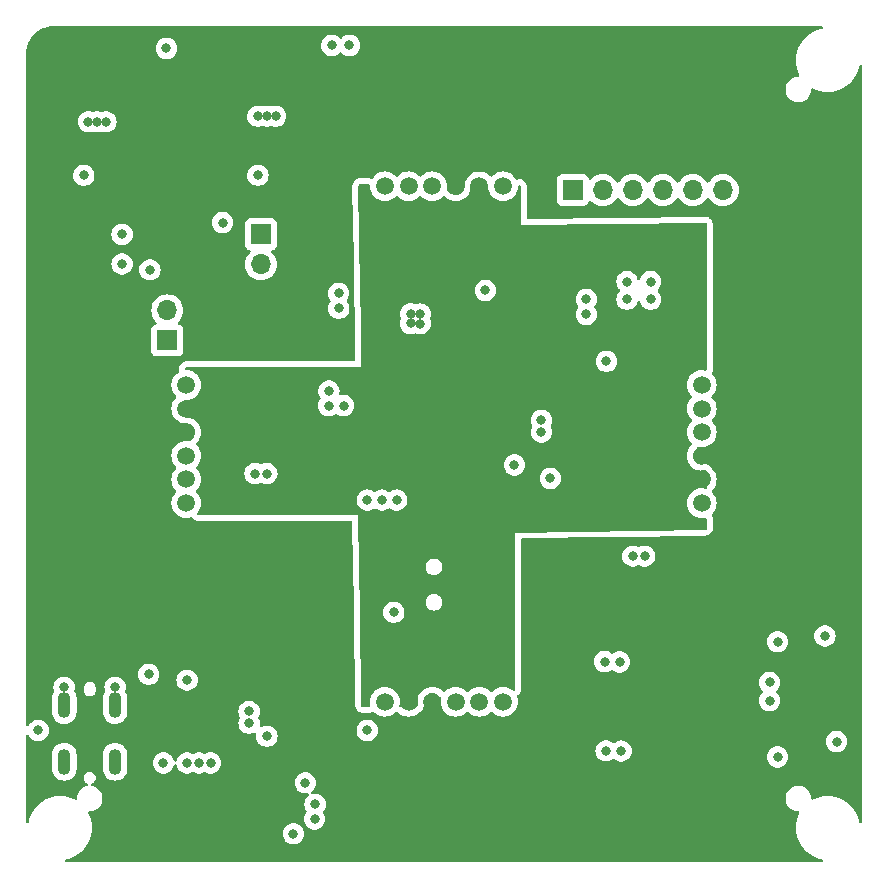
<source format=gbr>
%TF.GenerationSoftware,KiCad,Pcbnew,7.0.7-7.0.7~ubuntu22.04.1*%
%TF.CreationDate,2023-10-06T14:41:20+02:00*%
%TF.ProjectId,ShotClockProject,53686f74-436c-46f6-936b-50726f6a6563,rev?*%
%TF.SameCoordinates,Original*%
%TF.FileFunction,Copper,L3,Inr*%
%TF.FilePolarity,Positive*%
%FSLAX46Y46*%
G04 Gerber Fmt 4.6, Leading zero omitted, Abs format (unit mm)*
G04 Created by KiCad (PCBNEW 7.0.7-7.0.7~ubuntu22.04.1) date 2023-10-06 14:41:20*
%MOMM*%
%LPD*%
G01*
G04 APERTURE LIST*
%TA.AperFunction,ComponentPad*%
%ADD10R,1.700000X1.700000*%
%TD*%
%TA.AperFunction,ComponentPad*%
%ADD11O,1.700000X1.700000*%
%TD*%
%TA.AperFunction,ComponentPad*%
%ADD12O,1.100000X2.200000*%
%TD*%
%TA.AperFunction,ComponentPad*%
%ADD13C,1.500000*%
%TD*%
%TA.AperFunction,ViaPad*%
%ADD14C,0.800000*%
%TD*%
G04 APERTURE END LIST*
D10*
%TO.N,-BATT*%
%TO.C,J4*%
X130575000Y-91225000D03*
D11*
%TO.N,+BATT*%
X130575000Y-88685000D03*
%TD*%
D12*
%TO.N,GND*%
%TO.C,J6*%
X121850000Y-126900000D03*
X126150000Y-126900000D03*
X121850000Y-122100000D03*
X126150000Y-122100000D03*
%TD*%
D13*
%TO.N,TLC59116_RESETn*%
%TO.C,U9*%
X132175000Y-95000000D03*
%TO.N,+3.3V*%
X132175000Y-97000000D03*
%TO.N,+5V*%
X132175000Y-99000000D03*
%TO.N,I2C2_SCL*%
X132175000Y-101000000D03*
%TO.N,I2C2_SDA*%
X132175000Y-103000000D03*
%TO.N,GND*%
X132175000Y-105000000D03*
%TD*%
%TO.N,TLC59116_RESETn*%
%TO.C,U6*%
X159000000Y-78175000D03*
%TO.N,+3.3V*%
X157000000Y-78175000D03*
%TO.N,+5V*%
X155000000Y-78175000D03*
%TO.N,I2C2_SCL*%
X153000000Y-78175000D03*
%TO.N,I2C2_SDA*%
X151000000Y-78175000D03*
%TO.N,GND*%
X149000000Y-78175000D03*
%TD*%
D10*
%TO.N,/Li-Po Battery and charger/IC_TEMP*%
%TO.C,J7*%
X138500000Y-82250000D03*
D11*
%TO.N,GND*%
X138500000Y-84790000D03*
%TD*%
D13*
%TO.N,TLC59116_RESETn*%
%TO.C,U8*%
X149000000Y-121825000D03*
%TO.N,+3.3V*%
X151000000Y-121825000D03*
%TO.N,+5V*%
X153000000Y-121825000D03*
%TO.N,I2C2_SCL*%
X155000000Y-121825000D03*
%TO.N,I2C2_SDA*%
X157000000Y-121825000D03*
%TO.N,GND*%
X159000000Y-121825000D03*
%TD*%
D10*
%TO.N,GND*%
%TO.C,J1*%
X164904106Y-78500000D03*
D11*
%TO.N,unconnected-(J1-Pin_2-Pad2)*%
X167444106Y-78500000D03*
%TO.N,unconnected-(J1-Pin_3-Pad3)*%
X169984106Y-78500000D03*
%TO.N,/STM32G070CBT6/UART3_RX*%
X172524106Y-78500000D03*
%TO.N,/STM32G070CBT6/UART3_TX*%
X175064106Y-78500000D03*
%TO.N,unconnected-(J1-Pin_6-Pad6)*%
X177604106Y-78500000D03*
%TD*%
D13*
%TO.N,TLC59116_RESETn*%
%TO.C,U7*%
X175825000Y-105000000D03*
%TO.N,+3.3V*%
X175825000Y-103000000D03*
%TO.N,+5V*%
X175825000Y-101000000D03*
%TO.N,I2C2_SCL*%
X175825000Y-99000000D03*
%TO.N,I2C2_SDA*%
X175825000Y-97000000D03*
%TO.N,GND*%
X175825000Y-95000000D03*
%TD*%
D14*
%TO.N,+3.3V*%
X150263268Y-109676113D03*
X166000000Y-97000000D03*
X151500000Y-83000000D03*
X145000000Y-99500000D03*
X150500000Y-85000000D03*
X150500000Y-82000000D03*
X164000000Y-97000000D03*
X148500000Y-83000000D03*
X167250000Y-100000000D03*
X165000000Y-95000000D03*
X171750000Y-82500000D03*
X151500000Y-82000000D03*
X144000000Y-99500000D03*
X164000000Y-96000000D03*
X151500000Y-84000000D03*
X168750000Y-100000000D03*
X148500000Y-84000000D03*
X149500000Y-85000000D03*
X165000000Y-97000000D03*
X166175984Y-82260329D03*
X166000000Y-96000000D03*
X164000000Y-95000000D03*
X169750000Y-95500000D03*
X165000000Y-96000000D03*
X149500000Y-82000000D03*
X171500000Y-95500000D03*
X149500000Y-84000000D03*
X150500000Y-84000000D03*
X166000000Y-100000000D03*
X150500000Y-83000000D03*
X166000000Y-95000000D03*
X149500000Y-83000000D03*
X151500000Y-85000000D03*
X148500000Y-82000000D03*
X148500000Y-85000000D03*
X169750000Y-100000000D03*
%TO.N,/Li-Po Battery and charger/IC_TEMP*%
X129099500Y-85250000D03*
X129000000Y-119500000D03*
%TO.N,/Li-Po Battery and charger/IC_STDBY_Green*%
X182250000Y-116750000D03*
X137500000Y-123643715D03*
%TO.N,/Li-Po Battery and charger/IC_CHRG_Red*%
X137500000Y-122644212D03*
X182250000Y-126500000D03*
%TO.N,TLC59116_RESETn*%
X163000000Y-102913000D03*
%TO.N,+5V*%
X133500000Y-74500000D03*
X133500000Y-73500000D03*
X132488287Y-76128690D03*
X132500000Y-73500000D03*
X133500000Y-77000000D03*
X132500000Y-77000000D03*
X133488287Y-76128690D03*
X132500000Y-74500000D03*
%TO.N,VBUS*%
X141250000Y-133000000D03*
X139000000Y-124750000D03*
%TO.N,/Buzzer_3v3_PWM/buzzer_pwm_in*%
X159970543Y-101779457D03*
X167750000Y-93000000D03*
%TO.N,GND*%
X151173830Y-89790508D03*
X139000000Y-72250000D03*
X126159137Y-120594551D03*
X145089520Y-88506309D03*
X144250000Y-95500000D03*
X145500000Y-96750000D03*
X123500000Y-77250000D03*
X144250000Y-96750000D03*
X125384630Y-72718557D03*
X171500000Y-86250000D03*
X151990305Y-89801390D03*
X139750000Y-72250000D03*
X149750000Y-114250000D03*
X151173830Y-88994056D03*
X138000000Y-102500000D03*
X145083577Y-87228421D03*
X181566678Y-121731089D03*
X123884630Y-72718557D03*
X144500000Y-66250000D03*
X143051353Y-131759947D03*
X169500000Y-86250000D03*
X157500000Y-87000000D03*
X166049271Y-87749999D03*
X167602102Y-118424239D03*
X126750000Y-84750000D03*
X171500000Y-87750000D03*
X169000000Y-126000000D03*
X146000000Y-66250000D03*
X138250000Y-72250000D03*
X135250000Y-81250000D03*
X167730547Y-125975351D03*
X171000000Y-109500000D03*
X148750000Y-104750000D03*
X170000000Y-109500000D03*
X168871555Y-118448888D03*
X181569601Y-120189867D03*
X142256474Y-128686306D03*
X130500000Y-66500000D03*
X119638955Y-124253879D03*
X147500000Y-104750000D03*
X169500000Y-87750000D03*
X133250000Y-127000000D03*
X121836903Y-120601683D03*
X147500000Y-124250000D03*
X126750000Y-82250000D03*
X150000000Y-104750000D03*
X132250000Y-127000000D03*
X139000000Y-102500000D03*
X166049271Y-89027888D03*
X138250000Y-77250000D03*
X152000000Y-89000000D03*
X143086111Y-130510681D03*
X134250000Y-127000000D03*
X124634630Y-72718557D03*
%TO.N,/Li-Po Battery and charger/VCC*%
X186250000Y-116250000D03*
X132250000Y-120000000D03*
X130250000Y-127000000D03*
X187250000Y-125200000D03*
%TO.N,I2C2_SCL*%
X162250000Y-99000000D03*
%TO.N,I2C2_SDA*%
X162250000Y-98000497D03*
%TD*%
%TA.AperFunction,Conductor*%
%TO.N,+5V*%
G36*
X186042987Y-64620185D02*
G01*
X186088742Y-64672989D01*
X186098686Y-64742147D01*
X186069661Y-64805703D01*
X186010883Y-64843477D01*
X185998299Y-64846469D01*
X185852547Y-64873178D01*
X185540657Y-64970366D01*
X185540641Y-64970372D01*
X185540639Y-64970373D01*
X185413566Y-65027564D01*
X185242725Y-65104453D01*
X185242723Y-65104454D01*
X184963131Y-65273473D01*
X184705960Y-65474954D01*
X184474954Y-65705960D01*
X184273473Y-65963131D01*
X184179442Y-66118678D01*
X184104455Y-66242721D01*
X184003374Y-66467315D01*
X183970372Y-66540642D01*
X183970366Y-66540657D01*
X183873178Y-66852547D01*
X183814289Y-67173900D01*
X183794564Y-67499999D01*
X183814289Y-67826099D01*
X183873178Y-68147452D01*
X183970366Y-68459342D01*
X183970370Y-68459354D01*
X183970373Y-68459361D01*
X184100553Y-68748609D01*
X184110116Y-68817821D01*
X184080742Y-68881216D01*
X184021758Y-68918667D01*
X183987477Y-68923500D01*
X183900248Y-68923500D01*
X183704140Y-68960159D01*
X183704137Y-68960159D01*
X183704137Y-68960160D01*
X183518108Y-69032227D01*
X183518101Y-69032231D01*
X183348487Y-69137251D01*
X183201048Y-69271660D01*
X183080821Y-69430865D01*
X183080816Y-69430873D01*
X182991894Y-69609453D01*
X182937295Y-69801350D01*
X182918888Y-69999999D01*
X182918888Y-70000000D01*
X182937295Y-70198649D01*
X182937295Y-70198651D01*
X182937296Y-70198654D01*
X182939226Y-70205436D01*
X182991894Y-70390546D01*
X183080816Y-70569126D01*
X183080821Y-70569134D01*
X183201048Y-70728339D01*
X183201049Y-70728340D01*
X183348484Y-70862746D01*
X183518107Y-70967772D01*
X183704140Y-71039841D01*
X183900248Y-71076500D01*
X183900250Y-71076500D01*
X184099750Y-71076500D01*
X184099752Y-71076500D01*
X184295860Y-71039841D01*
X184481893Y-70967772D01*
X184651516Y-70862746D01*
X184798951Y-70728340D01*
X184919180Y-70569132D01*
X185008107Y-70390543D01*
X185062704Y-70198654D01*
X185080852Y-70002800D01*
X185106638Y-69937865D01*
X185163438Y-69897177D01*
X185233219Y-69893657D01*
X185255208Y-69901164D01*
X185540639Y-70029627D01*
X185540652Y-70029631D01*
X185540657Y-70029633D01*
X185852546Y-70126821D01*
X185852547Y-70126821D01*
X186173896Y-70185710D01*
X186500000Y-70205436D01*
X186826104Y-70185710D01*
X187147453Y-70126821D01*
X187459361Y-70029627D01*
X187757279Y-69895545D01*
X188036863Y-69726530D01*
X188294036Y-69525048D01*
X188525048Y-69294036D01*
X188726530Y-69036863D01*
X188895545Y-68757279D01*
X189029627Y-68459361D01*
X189126821Y-68147453D01*
X189153529Y-68001706D01*
X189184976Y-67939313D01*
X189245163Y-67903825D01*
X189314981Y-67906510D01*
X189372264Y-67946516D01*
X189398824Y-68011140D01*
X189399499Y-68024057D01*
X189399499Y-131975942D01*
X189379814Y-132042981D01*
X189327010Y-132088736D01*
X189257852Y-132098680D01*
X189194296Y-132069655D01*
X189156522Y-132010877D01*
X189153530Y-131998293D01*
X189126821Y-131852547D01*
X189029633Y-131540657D01*
X189029631Y-131540652D01*
X189029627Y-131540639D01*
X188895545Y-131242721D01*
X188726530Y-130963137D01*
X188726528Y-130963134D01*
X188726526Y-130963131D01*
X188525045Y-130705960D01*
X188294039Y-130474954D01*
X188036868Y-130273473D01*
X188029306Y-130268901D01*
X187757279Y-130104455D01*
X187459361Y-129970373D01*
X187459354Y-129970370D01*
X187459342Y-129970366D01*
X187147452Y-129873178D01*
X186826099Y-129814289D01*
X186500000Y-129794564D01*
X186173900Y-129814289D01*
X185852547Y-129873178D01*
X185540657Y-129970366D01*
X185540641Y-129970372D01*
X185540639Y-129970373D01*
X185399390Y-130033943D01*
X185255214Y-130098832D01*
X185186002Y-130108395D01*
X185122606Y-130079021D01*
X185085156Y-130020036D01*
X185080852Y-129997197D01*
X185062704Y-129801346D01*
X185008107Y-129609457D01*
X184928829Y-129450245D01*
X184919183Y-129430873D01*
X184919178Y-129430865D01*
X184798951Y-129271660D01*
X184740662Y-129218522D01*
X184651516Y-129137254D01*
X184651513Y-129137252D01*
X184651512Y-129137251D01*
X184481898Y-129032231D01*
X184481891Y-129032227D01*
X184388876Y-128996193D01*
X184295860Y-128960159D01*
X184099752Y-128923500D01*
X183900248Y-128923500D01*
X183704140Y-128960159D01*
X183704137Y-128960159D01*
X183704137Y-128960160D01*
X183518108Y-129032227D01*
X183518101Y-129032231D01*
X183348487Y-129137251D01*
X183201048Y-129271660D01*
X183080821Y-129430865D01*
X183080816Y-129430873D01*
X182991894Y-129609453D01*
X182937295Y-129801350D01*
X182918888Y-129999999D01*
X182918888Y-130000000D01*
X182937295Y-130198649D01*
X182991894Y-130390546D01*
X183080816Y-130569126D01*
X183080821Y-130569134D01*
X183178847Y-130698940D01*
X183201049Y-130728340D01*
X183348484Y-130862746D01*
X183348486Y-130862747D01*
X183348487Y-130862748D01*
X183405025Y-130897754D01*
X183518107Y-130967772D01*
X183704140Y-131039841D01*
X183900248Y-131076500D01*
X183900250Y-131076500D01*
X183987477Y-131076500D01*
X184054516Y-131096185D01*
X184100271Y-131148989D01*
X184110215Y-131218147D01*
X184100553Y-131251391D01*
X183970372Y-131540642D01*
X183970366Y-131540657D01*
X183873178Y-131852547D01*
X183814289Y-132173900D01*
X183794564Y-132500000D01*
X183814289Y-132826099D01*
X183873178Y-133147452D01*
X183970366Y-133459342D01*
X183970370Y-133459354D01*
X183970373Y-133459361D01*
X184104455Y-133757279D01*
X184234144Y-133971810D01*
X184273473Y-134036868D01*
X184474954Y-134294039D01*
X184705960Y-134525045D01*
X184963131Y-134726526D01*
X184963134Y-134726528D01*
X184963137Y-134726530D01*
X185242721Y-134895545D01*
X185540639Y-135029627D01*
X185540652Y-135029631D01*
X185540657Y-135029633D01*
X185805620Y-135112198D01*
X185852547Y-135126821D01*
X186007558Y-135155227D01*
X186069950Y-135186673D01*
X186105438Y-135246859D01*
X186102753Y-135316677D01*
X186062747Y-135373960D01*
X185998123Y-135400521D01*
X185985203Y-135401196D01*
X122023906Y-135399526D01*
X121956867Y-135379840D01*
X121911113Y-135327035D01*
X121901172Y-135257876D01*
X121930198Y-135194321D01*
X121988977Y-135156548D01*
X122001558Y-135153557D01*
X122147453Y-135126821D01*
X122459361Y-135029627D01*
X122757279Y-134895545D01*
X123036863Y-134726530D01*
X123294036Y-134525048D01*
X123525048Y-134294036D01*
X123726530Y-134036863D01*
X123895545Y-133757279D01*
X124029627Y-133459361D01*
X124126821Y-133147453D01*
X124153843Y-133000000D01*
X140344540Y-133000000D01*
X140364326Y-133188256D01*
X140364327Y-133188259D01*
X140422818Y-133368277D01*
X140422821Y-133368284D01*
X140517467Y-133532216D01*
X140555304Y-133574238D01*
X140644129Y-133672888D01*
X140797265Y-133784148D01*
X140797270Y-133784151D01*
X140970192Y-133861142D01*
X140970197Y-133861144D01*
X141155354Y-133900500D01*
X141155355Y-133900500D01*
X141344644Y-133900500D01*
X141344646Y-133900500D01*
X141529803Y-133861144D01*
X141702730Y-133784151D01*
X141855871Y-133672888D01*
X141982533Y-133532216D01*
X142077179Y-133368284D01*
X142135674Y-133188256D01*
X142155460Y-133000000D01*
X142135674Y-132811744D01*
X142077179Y-132631716D01*
X141982533Y-132467784D01*
X141855871Y-132327112D01*
X141807768Y-132292163D01*
X141702734Y-132215851D01*
X141702729Y-132215848D01*
X141529807Y-132138857D01*
X141529802Y-132138855D01*
X141384001Y-132107865D01*
X141344646Y-132099500D01*
X141155354Y-132099500D01*
X141122897Y-132106398D01*
X140970197Y-132138855D01*
X140970192Y-132138857D01*
X140797270Y-132215848D01*
X140797265Y-132215851D01*
X140644129Y-132327111D01*
X140517466Y-132467785D01*
X140422821Y-132631715D01*
X140422818Y-132631722D01*
X140364327Y-132811740D01*
X140364326Y-132811744D01*
X140344540Y-133000000D01*
X124153843Y-133000000D01*
X124185710Y-132826104D01*
X124205436Y-132500000D01*
X124185710Y-132173896D01*
X124126821Y-131852547D01*
X124097966Y-131759947D01*
X124029633Y-131540657D01*
X124029631Y-131540652D01*
X124029627Y-131540639D01*
X123899446Y-131251390D01*
X123889884Y-131182179D01*
X123919258Y-131118784D01*
X123978242Y-131081333D01*
X124012523Y-131076500D01*
X124099750Y-131076500D01*
X124099752Y-131076500D01*
X124295860Y-131039841D01*
X124481893Y-130967772D01*
X124651516Y-130862746D01*
X124798951Y-130728340D01*
X124919180Y-130569132D01*
X125008107Y-130390543D01*
X125062704Y-130198654D01*
X125081112Y-130000000D01*
X125079116Y-129978465D01*
X125062704Y-129801350D01*
X125062704Y-129801346D01*
X125008107Y-129609457D01*
X124928829Y-129450245D01*
X124919183Y-129430873D01*
X124919178Y-129430865D01*
X124798951Y-129271660D01*
X124740662Y-129218522D01*
X124651516Y-129137254D01*
X124651513Y-129137252D01*
X124651512Y-129137251D01*
X124481898Y-129032231D01*
X124481891Y-129032227D01*
X124295858Y-128960158D01*
X124239529Y-128949628D01*
X124177248Y-128917960D01*
X124141976Y-128857647D01*
X124144910Y-128787839D01*
X124185120Y-128730699D01*
X124210796Y-128714949D01*
X124273517Y-128686306D01*
X141351014Y-128686306D01*
X141370800Y-128874562D01*
X141370801Y-128874565D01*
X141429292Y-129054583D01*
X141429295Y-129054590D01*
X141523941Y-129218522D01*
X141571787Y-129271660D01*
X141650603Y-129359194D01*
X141803739Y-129470454D01*
X141803744Y-129470457D01*
X141976666Y-129547448D01*
X141976671Y-129547450D01*
X142161828Y-129586806D01*
X142161829Y-129586806D01*
X142351118Y-129586806D01*
X142351120Y-129586806D01*
X142451328Y-129565506D01*
X142520993Y-129570822D01*
X142576726Y-129612959D01*
X142600832Y-129678538D01*
X142585655Y-129746740D01*
X142549993Y-129787113D01*
X142480242Y-129837790D01*
X142480240Y-129837792D01*
X142353577Y-129978466D01*
X142258932Y-130142396D01*
X142258929Y-130142403D01*
X142200438Y-130322421D01*
X142200437Y-130322425D01*
X142180651Y-130510681D01*
X142200437Y-130698937D01*
X142200438Y-130698940D01*
X142258929Y-130878958D01*
X142258932Y-130878965D01*
X142356827Y-131048525D01*
X142355704Y-131049172D01*
X142376834Y-131108402D01*
X142361005Y-131176455D01*
X142345188Y-131198445D01*
X142318821Y-131227729D01*
X142318817Y-131227734D01*
X142224174Y-131391662D01*
X142224171Y-131391669D01*
X142175119Y-131542638D01*
X142165679Y-131571691D01*
X142145893Y-131759947D01*
X142165679Y-131948203D01*
X142165680Y-131948206D01*
X142224171Y-132128224D01*
X142224174Y-132128231D01*
X142318820Y-132292163D01*
X142445482Y-132432835D01*
X142598618Y-132544095D01*
X142598623Y-132544098D01*
X142771545Y-132621089D01*
X142771550Y-132621091D01*
X142956707Y-132660447D01*
X142956708Y-132660447D01*
X143145997Y-132660447D01*
X143145999Y-132660447D01*
X143331156Y-132621091D01*
X143504083Y-132544098D01*
X143657224Y-132432835D01*
X143783886Y-132292163D01*
X143878532Y-132128231D01*
X143937027Y-131948203D01*
X143956813Y-131759947D01*
X143937027Y-131571691D01*
X143878532Y-131391663D01*
X143792542Y-131242723D01*
X143780637Y-131222103D01*
X143781761Y-131221453D01*
X143760629Y-131162246D01*
X143776446Y-131094190D01*
X143792273Y-131072184D01*
X143818644Y-131042897D01*
X143913290Y-130878965D01*
X143971785Y-130698937D01*
X143991571Y-130510681D01*
X143971785Y-130322425D01*
X143913290Y-130142397D01*
X143818644Y-129978465D01*
X143691982Y-129837793D01*
X143659633Y-129814290D01*
X143538845Y-129726532D01*
X143538840Y-129726529D01*
X143365918Y-129649538D01*
X143365913Y-129649536D01*
X143220112Y-129618546D01*
X143180757Y-129610181D01*
X142991465Y-129610181D01*
X142891255Y-129631480D01*
X142821590Y-129626164D01*
X142765857Y-129584026D01*
X142741752Y-129518446D01*
X142756929Y-129450245D01*
X142792588Y-129409874D01*
X142862345Y-129359194D01*
X142989007Y-129218522D01*
X143083653Y-129054590D01*
X143142148Y-128874562D01*
X143161934Y-128686306D01*
X143142148Y-128498050D01*
X143083653Y-128318022D01*
X142989007Y-128154090D01*
X142862345Y-128013418D01*
X142862344Y-128013417D01*
X142709208Y-127902157D01*
X142709203Y-127902154D01*
X142536281Y-127825163D01*
X142536276Y-127825161D01*
X142390475Y-127794171D01*
X142351120Y-127785806D01*
X142161828Y-127785806D01*
X142129371Y-127792704D01*
X141976671Y-127825161D01*
X141976666Y-127825163D01*
X141803744Y-127902154D01*
X141803739Y-127902157D01*
X141650603Y-128013417D01*
X141523940Y-128154091D01*
X141429295Y-128318021D01*
X141429292Y-128318028D01*
X141370801Y-128498046D01*
X141370800Y-128498050D01*
X141361373Y-128587744D01*
X141351270Y-128683875D01*
X141351014Y-128686306D01*
X124273517Y-128686306D01*
X124278836Y-128683877D01*
X124389778Y-128587744D01*
X124469143Y-128464250D01*
X124510500Y-128323399D01*
X124510500Y-128176601D01*
X124501236Y-128145051D01*
X124469144Y-128035752D01*
X124469143Y-128035751D01*
X124469143Y-128035750D01*
X124389778Y-127912256D01*
X124378123Y-127902157D01*
X124315816Y-127848167D01*
X124278836Y-127816123D01*
X124278832Y-127816121D01*
X124145307Y-127755141D01*
X124145302Y-127755140D01*
X124036516Y-127739500D01*
X123963484Y-127739500D01*
X123963483Y-127739500D01*
X123854697Y-127755140D01*
X123854692Y-127755141D01*
X123721167Y-127816121D01*
X123721162Y-127816124D01*
X123610223Y-127912254D01*
X123610220Y-127912258D01*
X123530856Y-128035751D01*
X123530855Y-128035752D01*
X123489500Y-128176598D01*
X123489500Y-128323401D01*
X123530855Y-128464247D01*
X123530856Y-128464248D01*
X123530857Y-128464250D01*
X123610222Y-128587744D01*
X123721164Y-128683877D01*
X123789196Y-128714946D01*
X123841999Y-128760700D01*
X123861684Y-128827740D01*
X123842000Y-128894779D01*
X123789196Y-128940534D01*
X123760471Y-128949628D01*
X123704140Y-128960158D01*
X123518108Y-129032227D01*
X123518101Y-129032231D01*
X123348487Y-129137251D01*
X123201048Y-129271660D01*
X123080821Y-129430865D01*
X123080816Y-129430873D01*
X122991894Y-129609453D01*
X122937295Y-129801350D01*
X122919147Y-129997198D01*
X122893361Y-130062135D01*
X122836560Y-130102822D01*
X122766779Y-130106342D01*
X122744785Y-130098832D01*
X122700767Y-130079021D01*
X122459361Y-129970373D01*
X122459354Y-129970370D01*
X122459342Y-129970366D01*
X122147452Y-129873178D01*
X121826099Y-129814289D01*
X121500000Y-129794564D01*
X121173900Y-129814289D01*
X120852547Y-129873178D01*
X120540657Y-129970366D01*
X120540641Y-129970372D01*
X120540639Y-129970373D01*
X120376207Y-130044378D01*
X120255215Y-130098832D01*
X120242721Y-130104455D01*
X120179948Y-130142403D01*
X119963131Y-130273473D01*
X119705960Y-130474954D01*
X119474954Y-130705960D01*
X119273473Y-130963131D01*
X119104454Y-131242723D01*
X119104453Y-131242725D01*
X118970372Y-131540642D01*
X118970366Y-131540657D01*
X118873178Y-131852547D01*
X118846469Y-131998299D01*
X118815023Y-132060692D01*
X118754836Y-132096180D01*
X118685018Y-132093495D01*
X118627735Y-132053489D01*
X118601175Y-131988865D01*
X118600500Y-131975948D01*
X118600500Y-127501608D01*
X120799500Y-127501608D01*
X120802515Y-127532216D01*
X120814699Y-127655932D01*
X120814700Y-127655934D01*
X120874768Y-127853954D01*
X120972315Y-128036450D01*
X120972317Y-128036452D01*
X121103589Y-128196410D01*
X121200209Y-128275702D01*
X121263550Y-128327685D01*
X121446046Y-128425232D01*
X121644066Y-128485300D01*
X121644065Y-128485300D01*
X121662529Y-128487118D01*
X121850000Y-128505583D01*
X122055934Y-128485300D01*
X122253954Y-128425232D01*
X122436450Y-128327685D01*
X122596410Y-128196410D01*
X122727685Y-128036450D01*
X122825232Y-127853954D01*
X122885300Y-127655934D01*
X122900500Y-127501608D01*
X122900500Y-127501604D01*
X125099499Y-127501604D01*
X125114699Y-127655932D01*
X125114700Y-127655934D01*
X125174768Y-127853954D01*
X125272315Y-128036450D01*
X125272317Y-128036452D01*
X125403589Y-128196410D01*
X125500209Y-128275702D01*
X125563550Y-128327685D01*
X125746046Y-128425232D01*
X125944066Y-128485300D01*
X125944065Y-128485300D01*
X125962529Y-128487118D01*
X126150000Y-128505583D01*
X126355934Y-128485300D01*
X126553954Y-128425232D01*
X126736450Y-128327685D01*
X126896410Y-128196410D01*
X127027685Y-128036450D01*
X127125232Y-127853954D01*
X127185300Y-127655934D01*
X127200500Y-127501608D01*
X127200500Y-127000000D01*
X129344540Y-127000000D01*
X129364326Y-127188256D01*
X129364327Y-127188259D01*
X129422818Y-127368277D01*
X129422821Y-127368284D01*
X129517467Y-127532216D01*
X129628862Y-127655932D01*
X129644129Y-127672888D01*
X129797265Y-127784148D01*
X129797270Y-127784151D01*
X129970192Y-127861142D01*
X129970197Y-127861144D01*
X130155354Y-127900500D01*
X130155355Y-127900500D01*
X130344644Y-127900500D01*
X130344646Y-127900500D01*
X130529803Y-127861144D01*
X130702730Y-127784151D01*
X130855871Y-127672888D01*
X130982533Y-127532216D01*
X131077179Y-127368284D01*
X131132069Y-127199348D01*
X131171505Y-127141676D01*
X131235863Y-127114477D01*
X131304710Y-127126391D01*
X131356186Y-127173635D01*
X131367930Y-127199350D01*
X131422819Y-127368280D01*
X131422821Y-127368284D01*
X131517467Y-127532216D01*
X131628862Y-127655932D01*
X131644129Y-127672888D01*
X131797265Y-127784148D01*
X131797270Y-127784151D01*
X131970192Y-127861142D01*
X131970197Y-127861144D01*
X132155354Y-127900500D01*
X132155355Y-127900500D01*
X132344644Y-127900500D01*
X132344646Y-127900500D01*
X132529803Y-127861144D01*
X132699566Y-127785559D01*
X132768812Y-127776274D01*
X132800433Y-127785559D01*
X132970197Y-127861144D01*
X133155354Y-127900500D01*
X133155355Y-127900500D01*
X133344644Y-127900500D01*
X133344646Y-127900500D01*
X133529803Y-127861144D01*
X133699566Y-127785559D01*
X133768813Y-127776275D01*
X133800430Y-127785557D01*
X133970197Y-127861144D01*
X134155354Y-127900500D01*
X134155355Y-127900500D01*
X134344644Y-127900500D01*
X134344646Y-127900500D01*
X134529803Y-127861144D01*
X134702730Y-127784151D01*
X134855871Y-127672888D01*
X134982533Y-127532216D01*
X135077179Y-127368284D01*
X135135674Y-127188256D01*
X135155460Y-127000000D01*
X135135674Y-126811744D01*
X135077179Y-126631716D01*
X134982533Y-126467784D01*
X134855871Y-126327112D01*
X134834719Y-126311744D01*
X134702734Y-126215851D01*
X134702729Y-126215848D01*
X134529807Y-126138857D01*
X134529802Y-126138855D01*
X134384000Y-126107865D01*
X134344646Y-126099500D01*
X134155354Y-126099500D01*
X134122897Y-126106398D01*
X133970197Y-126138855D01*
X133970192Y-126138857D01*
X133800435Y-126214439D01*
X133731185Y-126223724D01*
X133699563Y-126214439D01*
X133529807Y-126138857D01*
X133529802Y-126138855D01*
X133384001Y-126107865D01*
X133344646Y-126099500D01*
X133155354Y-126099500D01*
X133122897Y-126106398D01*
X132970197Y-126138855D01*
X132970192Y-126138857D01*
X132800435Y-126214439D01*
X132731185Y-126223724D01*
X132699563Y-126214439D01*
X132529807Y-126138857D01*
X132529802Y-126138855D01*
X132384000Y-126107865D01*
X132344646Y-126099500D01*
X132155354Y-126099500D01*
X132122897Y-126106398D01*
X131970197Y-126138855D01*
X131970192Y-126138857D01*
X131797270Y-126215848D01*
X131797265Y-126215851D01*
X131644129Y-126327111D01*
X131517466Y-126467785D01*
X131422821Y-126631715D01*
X131422819Y-126631719D01*
X131367930Y-126800649D01*
X131328492Y-126858324D01*
X131264133Y-126885522D01*
X131195287Y-126873607D01*
X131143811Y-126826363D01*
X131132070Y-126800653D01*
X131077179Y-126631716D01*
X130982533Y-126467784D01*
X130855871Y-126327112D01*
X130834719Y-126311744D01*
X130702734Y-126215851D01*
X130702729Y-126215848D01*
X130529807Y-126138857D01*
X130529802Y-126138855D01*
X130384001Y-126107865D01*
X130344646Y-126099500D01*
X130155354Y-126099500D01*
X130122897Y-126106398D01*
X129970197Y-126138855D01*
X129970192Y-126138857D01*
X129797270Y-126215848D01*
X129797265Y-126215851D01*
X129644129Y-126327111D01*
X129517466Y-126467785D01*
X129422821Y-126631715D01*
X129422818Y-126631722D01*
X129367931Y-126800648D01*
X129364326Y-126811744D01*
X129344540Y-127000000D01*
X127200500Y-127000000D01*
X127200500Y-126298392D01*
X127185300Y-126144066D01*
X127134121Y-125975351D01*
X166825087Y-125975351D01*
X166844873Y-126163607D01*
X166844874Y-126163610D01*
X166903365Y-126343628D01*
X166903368Y-126343635D01*
X166998014Y-126507567D01*
X167106917Y-126628516D01*
X167124676Y-126648239D01*
X167277812Y-126759499D01*
X167277817Y-126759502D01*
X167450739Y-126836493D01*
X167450744Y-126836495D01*
X167635901Y-126875851D01*
X167635902Y-126875851D01*
X167825191Y-126875851D01*
X167825193Y-126875851D01*
X168010350Y-126836495D01*
X168183277Y-126759502D01*
X168275426Y-126692551D01*
X168341229Y-126669073D01*
X168409283Y-126684898D01*
X168421194Y-126692553D01*
X168547265Y-126784148D01*
X168547270Y-126784151D01*
X168720192Y-126861142D01*
X168720197Y-126861144D01*
X168905354Y-126900500D01*
X168905355Y-126900500D01*
X169094644Y-126900500D01*
X169094646Y-126900500D01*
X169279803Y-126861144D01*
X169452730Y-126784151D01*
X169605871Y-126672888D01*
X169732533Y-126532216D01*
X169751133Y-126500000D01*
X181344540Y-126500000D01*
X181364326Y-126688256D01*
X181364327Y-126688259D01*
X181422818Y-126868277D01*
X181422821Y-126868284D01*
X181517467Y-127032216D01*
X181602263Y-127126391D01*
X181644129Y-127172888D01*
X181797265Y-127284148D01*
X181797270Y-127284151D01*
X181970192Y-127361142D01*
X181970197Y-127361144D01*
X182155354Y-127400500D01*
X182155355Y-127400500D01*
X182344644Y-127400500D01*
X182344646Y-127400500D01*
X182529803Y-127361144D01*
X182702730Y-127284151D01*
X182855871Y-127172888D01*
X182982533Y-127032216D01*
X183077179Y-126868284D01*
X183135674Y-126688256D01*
X183155460Y-126500000D01*
X183135674Y-126311744D01*
X183077179Y-126131716D01*
X182982533Y-125967784D01*
X182855871Y-125827112D01*
X182834719Y-125811744D01*
X182702734Y-125715851D01*
X182702729Y-125715848D01*
X182529807Y-125638857D01*
X182529802Y-125638855D01*
X182380246Y-125607067D01*
X182344646Y-125599500D01*
X182155354Y-125599500D01*
X182136117Y-125603589D01*
X181970197Y-125638855D01*
X181970192Y-125638857D01*
X181797270Y-125715848D01*
X181797265Y-125715851D01*
X181644129Y-125827111D01*
X181517466Y-125967785D01*
X181422821Y-126131715D01*
X181422818Y-126131722D01*
X181368664Y-126298392D01*
X181364326Y-126311744D01*
X181344540Y-126500000D01*
X169751133Y-126500000D01*
X169827179Y-126368284D01*
X169885674Y-126188256D01*
X169905460Y-126000000D01*
X169885674Y-125811744D01*
X169827179Y-125631716D01*
X169732533Y-125467784D01*
X169605871Y-125327112D01*
X169605870Y-125327111D01*
X169452734Y-125215851D01*
X169452729Y-125215848D01*
X169417134Y-125200000D01*
X186344540Y-125200000D01*
X186364326Y-125388256D01*
X186364327Y-125388259D01*
X186422818Y-125568277D01*
X186422821Y-125568284D01*
X186517467Y-125732216D01*
X186589071Y-125811740D01*
X186644129Y-125872888D01*
X186797265Y-125984148D01*
X186797270Y-125984151D01*
X186970192Y-126061142D01*
X186970197Y-126061144D01*
X187155354Y-126100500D01*
X187155355Y-126100500D01*
X187344644Y-126100500D01*
X187344646Y-126100500D01*
X187529803Y-126061144D01*
X187702730Y-125984151D01*
X187855871Y-125872888D01*
X187982533Y-125732216D01*
X188077179Y-125568284D01*
X188135674Y-125388256D01*
X188155460Y-125200000D01*
X188135674Y-125011744D01*
X188077179Y-124831716D01*
X187982533Y-124667784D01*
X187855871Y-124527112D01*
X187835962Y-124512647D01*
X187702734Y-124415851D01*
X187702729Y-124415848D01*
X187529807Y-124338857D01*
X187529802Y-124338855D01*
X187384000Y-124307865D01*
X187344646Y-124299500D01*
X187155354Y-124299500D01*
X187122897Y-124306398D01*
X186970197Y-124338855D01*
X186970192Y-124338857D01*
X186797270Y-124415848D01*
X186797265Y-124415851D01*
X186644129Y-124527111D01*
X186517466Y-124667785D01*
X186422821Y-124831715D01*
X186422818Y-124831722D01*
X186364327Y-125011740D01*
X186364326Y-125011744D01*
X186344540Y-125200000D01*
X169417134Y-125200000D01*
X169279807Y-125138857D01*
X169279802Y-125138855D01*
X169134001Y-125107865D01*
X169094646Y-125099500D01*
X168905354Y-125099500D01*
X168872897Y-125106398D01*
X168720197Y-125138855D01*
X168720192Y-125138857D01*
X168547271Y-125215848D01*
X168455122Y-125282798D01*
X168389315Y-125306277D01*
X168321261Y-125290451D01*
X168309352Y-125282798D01*
X168217206Y-125215851D01*
X168183277Y-125191200D01*
X168183275Y-125191199D01*
X168183276Y-125191199D01*
X168010354Y-125114208D01*
X168010349Y-125114206D01*
X167864548Y-125083216D01*
X167825193Y-125074851D01*
X167635901Y-125074851D01*
X167603444Y-125081749D01*
X167450744Y-125114206D01*
X167450739Y-125114208D01*
X167277817Y-125191199D01*
X167277812Y-125191202D01*
X167124676Y-125302462D01*
X166998013Y-125443136D01*
X166903368Y-125607066D01*
X166903365Y-125607073D01*
X166862704Y-125732216D01*
X166844873Y-125787095D01*
X166825087Y-125975351D01*
X127134121Y-125975351D01*
X127125232Y-125946046D01*
X127027685Y-125763550D01*
X126925352Y-125638856D01*
X126896410Y-125603589D01*
X126736452Y-125472317D01*
X126736453Y-125472317D01*
X126736450Y-125472315D01*
X126553954Y-125374768D01*
X126355934Y-125314700D01*
X126355932Y-125314699D01*
X126355934Y-125314699D01*
X126150000Y-125294417D01*
X125944067Y-125314699D01*
X125746043Y-125374769D01*
X125635898Y-125433643D01*
X125563550Y-125472315D01*
X125563548Y-125472316D01*
X125563547Y-125472317D01*
X125403589Y-125603589D01*
X125272317Y-125763547D01*
X125174769Y-125946043D01*
X125114699Y-126144067D01*
X125099499Y-126298395D01*
X125099499Y-127501604D01*
X122900500Y-127501604D01*
X122900500Y-126298392D01*
X122885300Y-126144066D01*
X122825232Y-125946046D01*
X122727685Y-125763550D01*
X122625352Y-125638856D01*
X122596410Y-125603589D01*
X122436452Y-125472317D01*
X122436453Y-125472317D01*
X122436450Y-125472315D01*
X122253954Y-125374768D01*
X122055934Y-125314700D01*
X122055932Y-125314699D01*
X122055934Y-125314699D01*
X121850000Y-125294417D01*
X121644067Y-125314699D01*
X121446043Y-125374769D01*
X121335898Y-125433643D01*
X121263550Y-125472315D01*
X121263548Y-125472316D01*
X121263547Y-125472317D01*
X121103589Y-125603589D01*
X120972317Y-125763547D01*
X120874769Y-125946043D01*
X120814699Y-126144067D01*
X120806854Y-126223724D01*
X120799500Y-126298392D01*
X120799500Y-127501608D01*
X118600500Y-127501608D01*
X118600500Y-124718996D01*
X118620185Y-124651957D01*
X118672989Y-124606202D01*
X118742147Y-124596258D01*
X118805703Y-124625283D01*
X118831886Y-124656995D01*
X118906422Y-124786095D01*
X118947505Y-124831722D01*
X119033084Y-124926767D01*
X119186220Y-125038027D01*
X119186225Y-125038030D01*
X119359147Y-125115021D01*
X119359152Y-125115023D01*
X119544309Y-125154379D01*
X119544310Y-125154379D01*
X119733599Y-125154379D01*
X119733601Y-125154379D01*
X119918758Y-125115023D01*
X120091685Y-125038030D01*
X120244826Y-124926767D01*
X120371488Y-124786095D01*
X120466134Y-124622163D01*
X120524629Y-124442135D01*
X120544415Y-124253879D01*
X120524629Y-124065623D01*
X120466134Y-123885595D01*
X120371488Y-123721663D01*
X120244826Y-123580991D01*
X120239486Y-123577111D01*
X120091689Y-123469730D01*
X120091684Y-123469727D01*
X119918762Y-123392736D01*
X119918757Y-123392734D01*
X119772955Y-123361744D01*
X119733601Y-123353379D01*
X119544309Y-123353379D01*
X119511852Y-123360277D01*
X119359152Y-123392734D01*
X119359147Y-123392736D01*
X119186225Y-123469727D01*
X119186220Y-123469730D01*
X119033084Y-123580990D01*
X118906420Y-123721664D01*
X118831887Y-123850761D01*
X118781320Y-123898977D01*
X118712713Y-123912200D01*
X118647848Y-123886232D01*
X118607320Y-123829317D01*
X118600500Y-123788761D01*
X118600500Y-122701608D01*
X120799500Y-122701608D01*
X120801499Y-122721899D01*
X120814699Y-122855932D01*
X120814700Y-122855934D01*
X120874768Y-123053954D01*
X120972315Y-123236450D01*
X120972317Y-123236452D01*
X121103589Y-123396410D01*
X121192929Y-123469728D01*
X121263550Y-123527685D01*
X121446046Y-123625232D01*
X121644066Y-123685300D01*
X121644065Y-123685300D01*
X121664348Y-123687297D01*
X121850000Y-123705583D01*
X122055934Y-123685300D01*
X122253954Y-123625232D01*
X122436450Y-123527685D01*
X122596410Y-123396410D01*
X122727685Y-123236450D01*
X122825232Y-123053954D01*
X122885300Y-122855934D01*
X122900500Y-122701608D01*
X122900500Y-122701604D01*
X125099499Y-122701604D01*
X125114699Y-122855932D01*
X125114700Y-122855934D01*
X125174768Y-123053954D01*
X125272315Y-123236450D01*
X125272317Y-123236452D01*
X125403589Y-123396410D01*
X125492929Y-123469728D01*
X125563550Y-123527685D01*
X125746046Y-123625232D01*
X125944066Y-123685300D01*
X125944065Y-123685300D01*
X125964347Y-123687297D01*
X126150000Y-123705583D01*
X126355934Y-123685300D01*
X126493023Y-123643715D01*
X136594540Y-123643715D01*
X136614326Y-123831971D01*
X136614327Y-123831974D01*
X136672818Y-124011992D01*
X136672821Y-124011999D01*
X136767467Y-124175931D01*
X136837652Y-124253879D01*
X136894129Y-124316603D01*
X137047265Y-124427863D01*
X137047270Y-124427866D01*
X137220192Y-124504857D01*
X137220197Y-124504859D01*
X137405354Y-124544215D01*
X137405355Y-124544215D01*
X137594644Y-124544215D01*
X137594646Y-124544215D01*
X137779803Y-124504859D01*
X137940818Y-124433169D01*
X138010063Y-124423884D01*
X138073340Y-124453512D01*
X138110554Y-124512647D01*
X138114571Y-124559410D01*
X138094540Y-124749999D01*
X138094540Y-124750000D01*
X138114326Y-124938256D01*
X138114327Y-124938259D01*
X138172818Y-125118277D01*
X138172821Y-125118284D01*
X138267467Y-125282216D01*
X138362946Y-125388256D01*
X138394129Y-125422888D01*
X138547265Y-125534148D01*
X138547270Y-125534151D01*
X138720192Y-125611142D01*
X138720197Y-125611144D01*
X138905354Y-125650500D01*
X138905355Y-125650500D01*
X139094644Y-125650500D01*
X139094646Y-125650500D01*
X139279803Y-125611144D01*
X139452730Y-125534151D01*
X139605871Y-125422888D01*
X139732533Y-125282216D01*
X139827179Y-125118284D01*
X139885674Y-124938256D01*
X139905460Y-124750000D01*
X139885674Y-124561744D01*
X139827179Y-124381716D01*
X139751133Y-124250000D01*
X146594540Y-124250000D01*
X146614326Y-124438256D01*
X146614327Y-124438259D01*
X146672818Y-124618277D01*
X146672821Y-124618284D01*
X146767467Y-124782216D01*
X146812043Y-124831722D01*
X146894129Y-124922888D01*
X147047265Y-125034148D01*
X147047270Y-125034151D01*
X147220192Y-125111142D01*
X147220197Y-125111144D01*
X147405354Y-125150500D01*
X147405355Y-125150500D01*
X147594644Y-125150500D01*
X147594646Y-125150500D01*
X147779803Y-125111144D01*
X147952730Y-125034151D01*
X148105871Y-124922888D01*
X148232533Y-124782216D01*
X148327179Y-124618284D01*
X148385674Y-124438256D01*
X148405460Y-124250000D01*
X148385674Y-124061744D01*
X148327179Y-123881716D01*
X148232533Y-123717784D01*
X148105871Y-123577112D01*
X148105870Y-123577111D01*
X147952734Y-123465851D01*
X147952729Y-123465848D01*
X147779807Y-123388857D01*
X147779802Y-123388855D01*
X147612895Y-123353379D01*
X147594646Y-123349500D01*
X147405354Y-123349500D01*
X147387105Y-123353379D01*
X147220197Y-123388855D01*
X147220192Y-123388857D01*
X147047270Y-123465848D01*
X147047265Y-123465851D01*
X146894129Y-123577111D01*
X146767466Y-123717785D01*
X146672821Y-123881715D01*
X146672818Y-123881722D01*
X146630489Y-124011999D01*
X146614326Y-124061744D01*
X146594540Y-124250000D01*
X139751133Y-124250000D01*
X139732533Y-124217784D01*
X139605871Y-124077112D01*
X139590058Y-124065623D01*
X139452734Y-123965851D01*
X139452729Y-123965848D01*
X139279807Y-123888857D01*
X139279802Y-123888855D01*
X139134000Y-123857865D01*
X139094646Y-123849500D01*
X138905354Y-123849500D01*
X138872897Y-123856398D01*
X138720197Y-123888855D01*
X138720192Y-123888857D01*
X138559185Y-123960544D01*
X138489935Y-123969829D01*
X138426659Y-123940201D01*
X138389445Y-123881067D01*
X138385428Y-123834303D01*
X138385673Y-123831974D01*
X138385674Y-123831971D01*
X138405460Y-123643715D01*
X138385674Y-123455459D01*
X138327179Y-123275431D01*
X138287070Y-123205960D01*
X138270598Y-123138063D01*
X138287069Y-123081967D01*
X138327179Y-123012496D01*
X138385674Y-122832468D01*
X138405460Y-122644212D01*
X138385674Y-122455956D01*
X138327179Y-122275928D01*
X138232533Y-122111996D01*
X138105871Y-121971324D01*
X138105870Y-121971323D01*
X137952734Y-121860063D01*
X137952729Y-121860060D01*
X137779807Y-121783069D01*
X137779802Y-121783067D01*
X137634000Y-121752077D01*
X137594646Y-121743712D01*
X137405354Y-121743712D01*
X137372897Y-121750610D01*
X137220197Y-121783067D01*
X137220192Y-121783069D01*
X137047270Y-121860060D01*
X137047265Y-121860063D01*
X136894129Y-121971323D01*
X136767466Y-122111997D01*
X136672821Y-122275927D01*
X136672818Y-122275934D01*
X136614327Y-122455952D01*
X136614326Y-122455956D01*
X136594540Y-122644212D01*
X136614326Y-122832468D01*
X136614327Y-122832471D01*
X136672821Y-123012497D01*
X136712927Y-123081963D01*
X136729400Y-123149863D01*
X136712928Y-123205962D01*
X136672820Y-123275431D01*
X136634706Y-123392735D01*
X136614326Y-123455459D01*
X136594540Y-123643715D01*
X126493023Y-123643715D01*
X126553954Y-123625232D01*
X126736450Y-123527685D01*
X126896410Y-123396410D01*
X127027685Y-123236450D01*
X127125232Y-123053954D01*
X127185300Y-122855934D01*
X127200500Y-122701608D01*
X127200500Y-121498392D01*
X127185300Y-121344066D01*
X127125232Y-121146046D01*
X127027685Y-120963550D01*
X127027682Y-120963547D01*
X127026698Y-120961705D01*
X127012456Y-120893302D01*
X127018126Y-120864931D01*
X127019358Y-120861142D01*
X127044811Y-120782807D01*
X127064597Y-120594551D01*
X127044811Y-120406295D01*
X126986316Y-120226267D01*
X126891670Y-120062335D01*
X126765008Y-119921663D01*
X126765007Y-119921662D01*
X126611871Y-119810402D01*
X126611866Y-119810399D01*
X126438944Y-119733408D01*
X126438939Y-119733406D01*
X126287337Y-119701183D01*
X126253783Y-119694051D01*
X126064491Y-119694051D01*
X126032034Y-119700949D01*
X125879334Y-119733406D01*
X125879329Y-119733408D01*
X125706407Y-119810399D01*
X125706402Y-119810402D01*
X125553266Y-119921662D01*
X125426603Y-120062336D01*
X125331958Y-120226266D01*
X125331955Y-120226273D01*
X125275346Y-120400500D01*
X125273463Y-120406295D01*
X125253677Y-120594551D01*
X125273463Y-120782807D01*
X125273464Y-120782810D01*
X125294240Y-120846753D01*
X125296235Y-120916595D01*
X125275058Y-120958068D01*
X125275694Y-120958493D01*
X125272312Y-120963553D01*
X125174769Y-121146041D01*
X125114699Y-121344067D01*
X125099499Y-121498395D01*
X125099499Y-122701604D01*
X122900500Y-122701604D01*
X122900500Y-121498392D01*
X122885300Y-121344066D01*
X122825232Y-121146046D01*
X122825230Y-121146043D01*
X122825230Y-121146041D01*
X122727689Y-120963555D01*
X122727686Y-120963552D01*
X122727685Y-120963550D01*
X122726662Y-120962304D01*
X122726331Y-120961523D01*
X122724302Y-120958487D01*
X122724877Y-120958102D01*
X122699347Y-120897996D01*
X122700488Y-120886516D01*
X123489500Y-120886516D01*
X123505140Y-120995302D01*
X123505141Y-120995307D01*
X123566121Y-121128832D01*
X123566124Y-121128837D01*
X123613546Y-121183565D01*
X123662256Y-121239778D01*
X123785750Y-121319143D01*
X123785751Y-121319143D01*
X123785752Y-121319144D01*
X123926598Y-121360499D01*
X123926600Y-121360500D01*
X123926601Y-121360500D01*
X124073400Y-121360500D01*
X124073400Y-121360499D01*
X124214250Y-121319143D01*
X124337744Y-121239778D01*
X124433877Y-121128836D01*
X124476002Y-121036593D01*
X124494858Y-120995307D01*
X124494859Y-120995302D01*
X124496465Y-120984132D01*
X124510500Y-120886516D01*
X124510500Y-120613484D01*
X124494859Y-120504696D01*
X124494858Y-120504695D01*
X124494858Y-120504692D01*
X124433878Y-120371167D01*
X124433877Y-120371164D01*
X124337744Y-120260222D01*
X124214250Y-120180857D01*
X124214249Y-120180856D01*
X124214248Y-120180856D01*
X124214247Y-120180855D01*
X124073401Y-120139500D01*
X124073399Y-120139500D01*
X123926601Y-120139500D01*
X123926598Y-120139500D01*
X123785752Y-120180855D01*
X123785751Y-120180856D01*
X123662258Y-120260220D01*
X123662254Y-120260223D01*
X123566124Y-120371162D01*
X123566121Y-120371167D01*
X123505141Y-120504692D01*
X123505140Y-120504697D01*
X123489500Y-120613483D01*
X123489500Y-120886516D01*
X122700488Y-120886516D01*
X122704582Y-120845318D01*
X122722577Y-120789939D01*
X122742363Y-120601683D01*
X122722577Y-120413427D01*
X122664082Y-120233399D01*
X122569436Y-120069467D01*
X122442774Y-119928795D01*
X122432958Y-119921663D01*
X122289637Y-119817534D01*
X122289632Y-119817531D01*
X122116710Y-119740540D01*
X122116705Y-119740538D01*
X121970903Y-119709548D01*
X121931549Y-119701183D01*
X121742257Y-119701183D01*
X121709800Y-119708081D01*
X121557100Y-119740538D01*
X121557095Y-119740540D01*
X121384173Y-119817531D01*
X121384168Y-119817534D01*
X121231032Y-119928794D01*
X121104369Y-120069468D01*
X121009724Y-120233398D01*
X121009721Y-120233405D01*
X120953546Y-120406295D01*
X120951229Y-120413427D01*
X120931443Y-120601683D01*
X120951229Y-120789939D01*
X120951230Y-120789942D01*
X120977969Y-120872237D01*
X120979964Y-120942078D01*
X120969396Y-120969008D01*
X120874769Y-121146041D01*
X120814699Y-121344067D01*
X120806965Y-121422596D01*
X120799500Y-121498392D01*
X120799500Y-122701608D01*
X118600500Y-122701608D01*
X118600500Y-119500000D01*
X128094540Y-119500000D01*
X128114326Y-119688256D01*
X128114327Y-119688259D01*
X128172818Y-119868277D01*
X128172821Y-119868284D01*
X128267467Y-120032216D01*
X128364066Y-120139500D01*
X128394129Y-120172888D01*
X128547265Y-120284148D01*
X128547270Y-120284151D01*
X128720192Y-120361142D01*
X128720197Y-120361144D01*
X128905354Y-120400500D01*
X128905355Y-120400500D01*
X129094644Y-120400500D01*
X129094646Y-120400500D01*
X129279803Y-120361144D01*
X129452730Y-120284151D01*
X129605871Y-120172888D01*
X129732533Y-120032216D01*
X129751133Y-120000000D01*
X131344540Y-120000000D01*
X131364326Y-120188256D01*
X131364327Y-120188259D01*
X131422818Y-120368277D01*
X131422821Y-120368284D01*
X131517467Y-120532216D01*
X131590643Y-120613486D01*
X131644129Y-120672888D01*
X131797265Y-120784148D01*
X131797270Y-120784151D01*
X131970192Y-120861142D01*
X131970197Y-120861144D01*
X132155354Y-120900500D01*
X132155355Y-120900500D01*
X132344644Y-120900500D01*
X132344646Y-120900500D01*
X132529803Y-120861144D01*
X132702730Y-120784151D01*
X132855871Y-120672888D01*
X132982533Y-120532216D01*
X133077179Y-120368284D01*
X133135674Y-120188256D01*
X133155460Y-120000000D01*
X133135674Y-119811744D01*
X133077179Y-119631716D01*
X132982533Y-119467784D01*
X132855871Y-119327112D01*
X132834719Y-119311744D01*
X132702734Y-119215851D01*
X132702729Y-119215848D01*
X132529807Y-119138857D01*
X132529802Y-119138855D01*
X132384000Y-119107865D01*
X132344646Y-119099500D01*
X132155354Y-119099500D01*
X132122897Y-119106398D01*
X131970197Y-119138855D01*
X131970192Y-119138857D01*
X131797270Y-119215848D01*
X131797265Y-119215851D01*
X131644129Y-119327111D01*
X131517466Y-119467785D01*
X131422821Y-119631715D01*
X131422818Y-119631722D01*
X131364762Y-119810402D01*
X131364326Y-119811744D01*
X131344540Y-120000000D01*
X129751133Y-120000000D01*
X129827179Y-119868284D01*
X129885674Y-119688256D01*
X129905460Y-119500000D01*
X129885674Y-119311744D01*
X129827179Y-119131716D01*
X129732533Y-118967784D01*
X129605871Y-118827112D01*
X129592190Y-118817172D01*
X129452734Y-118715851D01*
X129452729Y-118715848D01*
X129279807Y-118638857D01*
X129279802Y-118638855D01*
X129134000Y-118607865D01*
X129094646Y-118599500D01*
X128905354Y-118599500D01*
X128872897Y-118606398D01*
X128720197Y-118638855D01*
X128720192Y-118638857D01*
X128547270Y-118715848D01*
X128547265Y-118715851D01*
X128394129Y-118827111D01*
X128267466Y-118967785D01*
X128172821Y-119131715D01*
X128172818Y-119131722D01*
X128114883Y-119310030D01*
X128114326Y-119311744D01*
X128094540Y-119500000D01*
X118600500Y-119500000D01*
X118600500Y-105000002D01*
X130919723Y-105000002D01*
X130938793Y-105217975D01*
X130938793Y-105217979D01*
X130995422Y-105429322D01*
X130995424Y-105429326D01*
X130995425Y-105429330D01*
X131041661Y-105528484D01*
X131087897Y-105627638D01*
X131087898Y-105627639D01*
X131213402Y-105806877D01*
X131368123Y-105961598D01*
X131547361Y-106087102D01*
X131745670Y-106179575D01*
X131957023Y-106236207D01*
X132139926Y-106252208D01*
X132174998Y-106255277D01*
X132175000Y-106255277D01*
X132175002Y-106255277D01*
X132203254Y-106252805D01*
X132392977Y-106236207D01*
X132593368Y-106182512D01*
X132663217Y-106184175D01*
X132721080Y-106223337D01*
X132729775Y-106235246D01*
X132744744Y-106258538D01*
X132744753Y-106258549D01*
X132790496Y-106311340D01*
X132790499Y-106311343D01*
X132790503Y-106311347D01*
X132899237Y-106405567D01*
X133030114Y-106465338D01*
X133074930Y-106478497D01*
X133097148Y-106485022D01*
X133097153Y-106485023D01*
X133097157Y-106485024D01*
X133239573Y-106505500D01*
X146130110Y-106505500D01*
X146197149Y-106525185D01*
X146242904Y-106577989D01*
X146254095Y-106627593D01*
X146312497Y-110423677D01*
X146313561Y-110492831D01*
X146358650Y-113423677D01*
X146371363Y-114249998D01*
X146371483Y-114257776D01*
X146492681Y-122135673D01*
X146505016Y-122239163D01*
X146516205Y-122288755D01*
X146516207Y-122288762D01*
X146549494Y-122387504D01*
X146627278Y-122508537D01*
X146627286Y-122508548D01*
X146673030Y-122561340D01*
X146673033Y-122561343D01*
X146673037Y-122561347D01*
X146781771Y-122655567D01*
X146781774Y-122655568D01*
X146781775Y-122655569D01*
X146909297Y-122713808D01*
X146912648Y-122715338D01*
X146957464Y-122728497D01*
X146979682Y-122735022D01*
X146979687Y-122735023D01*
X146979691Y-122735024D01*
X147122107Y-122755500D01*
X147122110Y-122755500D01*
X147665184Y-122755500D01*
X147665185Y-122755500D01*
X147680218Y-122755053D01*
X147702449Y-122753728D01*
X147711004Y-122752962D01*
X147732399Y-122751048D01*
X147871377Y-122713809D01*
X147935605Y-122686305D01*
X147935610Y-122686303D01*
X147950019Y-122677519D01*
X148017506Y-122659433D01*
X148084059Y-122680704D01*
X148102242Y-122695717D01*
X148193123Y-122786598D01*
X148372361Y-122912102D01*
X148570670Y-123004575D01*
X148570676Y-123004576D01*
X148570677Y-123004577D01*
X148600235Y-123012497D01*
X148782023Y-123061207D01*
X148964926Y-123077208D01*
X148999998Y-123080277D01*
X149000000Y-123080277D01*
X149000002Y-123080277D01*
X149028254Y-123077805D01*
X149217977Y-123061207D01*
X149429330Y-123004575D01*
X149627639Y-122912102D01*
X149806877Y-122786598D01*
X149897125Y-122696349D01*
X149958444Y-122662867D01*
X150028136Y-122667851D01*
X150036315Y-122671239D01*
X150092256Y-122696786D01*
X150128424Y-122721899D01*
X150193123Y-122786598D01*
X150372361Y-122912102D01*
X150570670Y-123004575D01*
X150570676Y-123004576D01*
X150570677Y-123004577D01*
X150600235Y-123012497D01*
X150782023Y-123061207D01*
X150964926Y-123077208D01*
X150999998Y-123080277D01*
X151000000Y-123080277D01*
X151000002Y-123080277D01*
X151028254Y-123077805D01*
X151217977Y-123061207D01*
X151429330Y-123004575D01*
X151627639Y-122912102D01*
X151806877Y-122786598D01*
X151868975Y-122724498D01*
X151907843Y-122698192D01*
X151918123Y-122693790D01*
X151935592Y-122686311D01*
X151935595Y-122686309D01*
X151935605Y-122686305D01*
X151935610Y-122686303D01*
X152058466Y-122611417D01*
X152155247Y-122504952D01*
X152194409Y-122447089D01*
X152194409Y-122447088D01*
X152194410Y-122447085D01*
X152196313Y-122444274D01*
X152198603Y-122438454D01*
X152257276Y-122317669D01*
X152281134Y-122175781D01*
X152282796Y-122105932D01*
X152265716Y-121963080D01*
X152265714Y-121963074D01*
X152264878Y-121958733D01*
X152265148Y-121958680D01*
X152262570Y-121944062D01*
X152254661Y-121853654D01*
X152254661Y-121832037D01*
X152255277Y-121825000D01*
X152254660Y-121817960D01*
X152254660Y-121796350D01*
X152262571Y-121705929D01*
X152266321Y-121684660D01*
X152294444Y-121579698D01*
X152301829Y-121559407D01*
X152347767Y-121460894D01*
X152358561Y-121442198D01*
X152420903Y-121353164D01*
X152434785Y-121336620D01*
X152511620Y-121259785D01*
X152528160Y-121245905D01*
X152617197Y-121183562D01*
X152635888Y-121172771D01*
X152734394Y-121126836D01*
X152754692Y-121119448D01*
X152859661Y-121091321D01*
X152880940Y-121087569D01*
X152989196Y-121078099D01*
X153010800Y-121078099D01*
X153119056Y-121087569D01*
X153140342Y-121091322D01*
X153245295Y-121119444D01*
X153265605Y-121126836D01*
X153306794Y-121146043D01*
X153364085Y-121172758D01*
X153382805Y-121183565D01*
X153471827Y-121245899D01*
X153488384Y-121259793D01*
X153554872Y-121326281D01*
X153554890Y-121326298D01*
X153639008Y-121394085D01*
X153639018Y-121394093D01*
X153683365Y-121422594D01*
X153707404Y-121434627D01*
X153758541Y-121482237D01*
X153775821Y-121549936D01*
X153771676Y-121577602D01*
X153763793Y-121607024D01*
X153744723Y-121824997D01*
X153744723Y-121825002D01*
X153763793Y-122042975D01*
X153763793Y-122042979D01*
X153820422Y-122254322D01*
X153820424Y-122254326D01*
X153820425Y-122254330D01*
X153866661Y-122353484D01*
X153912897Y-122452638D01*
X153937998Y-122488486D01*
X154038402Y-122631877D01*
X154193123Y-122786598D01*
X154372361Y-122912102D01*
X154570670Y-123004575D01*
X154570676Y-123004576D01*
X154570677Y-123004577D01*
X154600235Y-123012497D01*
X154782023Y-123061207D01*
X154964926Y-123077208D01*
X154999998Y-123080277D01*
X155000000Y-123080277D01*
X155000002Y-123080277D01*
X155028254Y-123077805D01*
X155217977Y-123061207D01*
X155429330Y-123004575D01*
X155627639Y-122912102D01*
X155806877Y-122786598D01*
X155912321Y-122681153D01*
X155973640Y-122647671D01*
X156043332Y-122652655D01*
X156087680Y-122681155D01*
X156193123Y-122786598D01*
X156372361Y-122912102D01*
X156570670Y-123004575D01*
X156570676Y-123004576D01*
X156570677Y-123004577D01*
X156600235Y-123012497D01*
X156782023Y-123061207D01*
X156964926Y-123077208D01*
X156999998Y-123080277D01*
X157000000Y-123080277D01*
X157000002Y-123080277D01*
X157028254Y-123077805D01*
X157217977Y-123061207D01*
X157429330Y-123004575D01*
X157627639Y-122912102D01*
X157806877Y-122786598D01*
X157912319Y-122681156D01*
X157973642Y-122647671D01*
X158043334Y-122652655D01*
X158087680Y-122681155D01*
X158193123Y-122786598D01*
X158372361Y-122912102D01*
X158570670Y-123004575D01*
X158570676Y-123004576D01*
X158570677Y-123004577D01*
X158600235Y-123012497D01*
X158782023Y-123061207D01*
X158964926Y-123077208D01*
X158999998Y-123080277D01*
X159000000Y-123080277D01*
X159000002Y-123080277D01*
X159028254Y-123077805D01*
X159217977Y-123061207D01*
X159429330Y-123004575D01*
X159627639Y-122912102D01*
X159806877Y-122786598D01*
X159961598Y-122631877D01*
X160087102Y-122452639D01*
X160179575Y-122254330D01*
X160236207Y-122042977D01*
X160255277Y-121825000D01*
X160253715Y-121807151D01*
X160247061Y-121731089D01*
X180661218Y-121731089D01*
X180681004Y-121919345D01*
X180681005Y-121919348D01*
X180739496Y-122099366D01*
X180739499Y-122099373D01*
X180834145Y-122263305D01*
X180857067Y-122288762D01*
X180960807Y-122403977D01*
X181113943Y-122515237D01*
X181113948Y-122515240D01*
X181286870Y-122592231D01*
X181286875Y-122592233D01*
X181472032Y-122631589D01*
X181472033Y-122631589D01*
X181661322Y-122631589D01*
X181661324Y-122631589D01*
X181846481Y-122592233D01*
X182019408Y-122515240D01*
X182172549Y-122403977D01*
X182299211Y-122263305D01*
X182393857Y-122099373D01*
X182452352Y-121919345D01*
X182472138Y-121731089D01*
X182452352Y-121542833D01*
X182393857Y-121362805D01*
X182299211Y-121198873D01*
X182172549Y-121058201D01*
X182172548Y-121058200D01*
X182167720Y-121053853D01*
X182169684Y-121051671D01*
X182134847Y-121006350D01*
X182128975Y-120936727D01*
X182161675Y-120874982D01*
X182170703Y-120867172D01*
X182170642Y-120867104D01*
X182175466Y-120862758D01*
X182175472Y-120862755D01*
X182302134Y-120722083D01*
X182396780Y-120558151D01*
X182455275Y-120378123D01*
X182475061Y-120189867D01*
X182455275Y-120001611D01*
X182396780Y-119821583D01*
X182302134Y-119657651D01*
X182175472Y-119516979D01*
X182175471Y-119516978D01*
X182022335Y-119405718D01*
X182022330Y-119405715D01*
X181849408Y-119328724D01*
X181849403Y-119328722D01*
X181703602Y-119297732D01*
X181664247Y-119289367D01*
X181474955Y-119289367D01*
X181442498Y-119296265D01*
X181289798Y-119328722D01*
X181289793Y-119328724D01*
X181116871Y-119405715D01*
X181116866Y-119405718D01*
X180963730Y-119516978D01*
X180837067Y-119657652D01*
X180742422Y-119821582D01*
X180742419Y-119821589D01*
X180707586Y-119928795D01*
X180683927Y-120001611D01*
X180664141Y-120189867D01*
X180683927Y-120378123D01*
X180683928Y-120378126D01*
X180742419Y-120558144D01*
X180742422Y-120558151D01*
X180837068Y-120722083D01*
X180898166Y-120789939D01*
X180963730Y-120862755D01*
X180968559Y-120867103D01*
X180966582Y-120869297D01*
X181001396Y-120914514D01*
X181007323Y-120984132D01*
X180974671Y-121045902D01*
X180965571Y-121053781D01*
X180965636Y-121053853D01*
X180960807Y-121058200D01*
X180834144Y-121198874D01*
X180739499Y-121362804D01*
X180739496Y-121362811D01*
X180681005Y-121542829D01*
X180681004Y-121542833D01*
X180661218Y-121731089D01*
X160247061Y-121731089D01*
X160236207Y-121607023D01*
X160182512Y-121406631D01*
X160184175Y-121336782D01*
X160223337Y-121278919D01*
X160235237Y-121270229D01*
X160258543Y-121255252D01*
X160311347Y-121209497D01*
X160405567Y-121100763D01*
X160465338Y-120969886D01*
X160485023Y-120902847D01*
X160485024Y-120902843D01*
X160505500Y-120760427D01*
X160505500Y-118424239D01*
X166696642Y-118424239D01*
X166716428Y-118612495D01*
X166716429Y-118612498D01*
X166774920Y-118792516D01*
X166774923Y-118792523D01*
X166869569Y-118956455D01*
X166978472Y-119077404D01*
X166996231Y-119097127D01*
X167149367Y-119208387D01*
X167149372Y-119208390D01*
X167322294Y-119285381D01*
X167322299Y-119285383D01*
X167507456Y-119324739D01*
X167507457Y-119324739D01*
X167696746Y-119324739D01*
X167696748Y-119324739D01*
X167881905Y-119285383D01*
X168054832Y-119208390D01*
X168146981Y-119141439D01*
X168212784Y-119117961D01*
X168280838Y-119133786D01*
X168292749Y-119141441D01*
X168418820Y-119233036D01*
X168418825Y-119233039D01*
X168591747Y-119310030D01*
X168591752Y-119310032D01*
X168776909Y-119349388D01*
X168776910Y-119349388D01*
X168966199Y-119349388D01*
X168966201Y-119349388D01*
X169151358Y-119310032D01*
X169324285Y-119233039D01*
X169477426Y-119121776D01*
X169604088Y-118981104D01*
X169698734Y-118817172D01*
X169757229Y-118637144D01*
X169777015Y-118448888D01*
X169757229Y-118260632D01*
X169698734Y-118080604D01*
X169604088Y-117916672D01*
X169477426Y-117776000D01*
X169477425Y-117775999D01*
X169324289Y-117664739D01*
X169324284Y-117664736D01*
X169151362Y-117587745D01*
X169151357Y-117587743D01*
X169005555Y-117556753D01*
X168966201Y-117548388D01*
X168776909Y-117548388D01*
X168744452Y-117555286D01*
X168591752Y-117587743D01*
X168591747Y-117587745D01*
X168418826Y-117664736D01*
X168326677Y-117731686D01*
X168260870Y-117755165D01*
X168192816Y-117739339D01*
X168180907Y-117731686D01*
X168088761Y-117664739D01*
X168054832Y-117640088D01*
X168054830Y-117640087D01*
X168054831Y-117640087D01*
X167881909Y-117563096D01*
X167881904Y-117563094D01*
X167736103Y-117532104D01*
X167696748Y-117523739D01*
X167507456Y-117523739D01*
X167474999Y-117530637D01*
X167322299Y-117563094D01*
X167322294Y-117563096D01*
X167149372Y-117640087D01*
X167149367Y-117640090D01*
X166996231Y-117751350D01*
X166869568Y-117892024D01*
X166774923Y-118055954D01*
X166774920Y-118055961D01*
X166716429Y-118235979D01*
X166716428Y-118235983D01*
X166696642Y-118424239D01*
X160505500Y-118424239D01*
X160505500Y-116750000D01*
X181344540Y-116750000D01*
X181364326Y-116938256D01*
X181364327Y-116938259D01*
X181422818Y-117118277D01*
X181422821Y-117118284D01*
X181517467Y-117282216D01*
X181644128Y-117422888D01*
X181644129Y-117422888D01*
X181797265Y-117534148D01*
X181797270Y-117534151D01*
X181970192Y-117611142D01*
X181970197Y-117611144D01*
X182155354Y-117650500D01*
X182155355Y-117650500D01*
X182344644Y-117650500D01*
X182344646Y-117650500D01*
X182529803Y-117611144D01*
X182702730Y-117534151D01*
X182855871Y-117422888D01*
X182982533Y-117282216D01*
X183077179Y-117118284D01*
X183135674Y-116938256D01*
X183155460Y-116750000D01*
X183135674Y-116561744D01*
X183077179Y-116381716D01*
X183001133Y-116250000D01*
X185344540Y-116250000D01*
X185364326Y-116438256D01*
X185364327Y-116438259D01*
X185422818Y-116618277D01*
X185422821Y-116618284D01*
X185517467Y-116782216D01*
X185644129Y-116922887D01*
X185644129Y-116922888D01*
X185797265Y-117034148D01*
X185797270Y-117034151D01*
X185970192Y-117111142D01*
X185970197Y-117111144D01*
X186155354Y-117150500D01*
X186155355Y-117150500D01*
X186344644Y-117150500D01*
X186344646Y-117150500D01*
X186529803Y-117111144D01*
X186702730Y-117034151D01*
X186855871Y-116922888D01*
X186982533Y-116782216D01*
X187077179Y-116618284D01*
X187135674Y-116438256D01*
X187155460Y-116250000D01*
X187135674Y-116061744D01*
X187077179Y-115881716D01*
X186982533Y-115717784D01*
X186855871Y-115577112D01*
X186855870Y-115577111D01*
X186702734Y-115465851D01*
X186702729Y-115465848D01*
X186529807Y-115388857D01*
X186529802Y-115388855D01*
X186384001Y-115357865D01*
X186344646Y-115349500D01*
X186155354Y-115349500D01*
X186122897Y-115356398D01*
X185970197Y-115388855D01*
X185970192Y-115388857D01*
X185797270Y-115465848D01*
X185797265Y-115465851D01*
X185644129Y-115577111D01*
X185517466Y-115717785D01*
X185422821Y-115881715D01*
X185422818Y-115881722D01*
X185364327Y-116061740D01*
X185364326Y-116061744D01*
X185344540Y-116250000D01*
X183001133Y-116250000D01*
X182982533Y-116217784D01*
X182855871Y-116077112D01*
X182834719Y-116061744D01*
X182702734Y-115965851D01*
X182702729Y-115965848D01*
X182529807Y-115888857D01*
X182529802Y-115888855D01*
X182384001Y-115857865D01*
X182344646Y-115849500D01*
X182155354Y-115849500D01*
X182122897Y-115856398D01*
X181970197Y-115888855D01*
X181970192Y-115888857D01*
X181797270Y-115965848D01*
X181797265Y-115965851D01*
X181644129Y-116077111D01*
X181517466Y-116217785D01*
X181422821Y-116381715D01*
X181422818Y-116381722D01*
X181364327Y-116561740D01*
X181364326Y-116561744D01*
X181344540Y-116750000D01*
X160505500Y-116750000D01*
X160505500Y-109500000D01*
X169094540Y-109500000D01*
X169114326Y-109688256D01*
X169114327Y-109688259D01*
X169172818Y-109868277D01*
X169172821Y-109868284D01*
X169267467Y-110032216D01*
X169394129Y-110172887D01*
X169394129Y-110172888D01*
X169547265Y-110284148D01*
X169547270Y-110284151D01*
X169720192Y-110361142D01*
X169720197Y-110361144D01*
X169905354Y-110400500D01*
X169905355Y-110400500D01*
X170094644Y-110400500D01*
X170094646Y-110400500D01*
X170279803Y-110361144D01*
X170449566Y-110285559D01*
X170518812Y-110276274D01*
X170550433Y-110285559D01*
X170720197Y-110361144D01*
X170905354Y-110400500D01*
X170905355Y-110400500D01*
X171094644Y-110400500D01*
X171094646Y-110400500D01*
X171279803Y-110361144D01*
X171452730Y-110284151D01*
X171605871Y-110172888D01*
X171732533Y-110032216D01*
X171827179Y-109868284D01*
X171885674Y-109688256D01*
X171905460Y-109500000D01*
X171885674Y-109311744D01*
X171827179Y-109131716D01*
X171732533Y-108967784D01*
X171605871Y-108827112D01*
X171605870Y-108827111D01*
X171452734Y-108715851D01*
X171452729Y-108715848D01*
X171279807Y-108638857D01*
X171279802Y-108638855D01*
X171134000Y-108607865D01*
X171094646Y-108599500D01*
X170905354Y-108599500D01*
X170872897Y-108606398D01*
X170720197Y-108638855D01*
X170720192Y-108638857D01*
X170550436Y-108714439D01*
X170481186Y-108723724D01*
X170449564Y-108714439D01*
X170279807Y-108638857D01*
X170279802Y-108638855D01*
X170134000Y-108607865D01*
X170094646Y-108599500D01*
X169905354Y-108599500D01*
X169872897Y-108606398D01*
X169720197Y-108638855D01*
X169720192Y-108638857D01*
X169547270Y-108715848D01*
X169547265Y-108715851D01*
X169394129Y-108827111D01*
X169267466Y-108967785D01*
X169172821Y-109131715D01*
X169172818Y-109131722D01*
X169114327Y-109311740D01*
X169114326Y-109311744D01*
X169094540Y-109500000D01*
X160505500Y-109500000D01*
X160505500Y-108119887D01*
X160525185Y-108052848D01*
X160577989Y-108007093D01*
X160627589Y-107995902D01*
X176135683Y-107757318D01*
X176239155Y-107744985D01*
X176288759Y-107733794D01*
X176387504Y-107700506D01*
X176508543Y-107622718D01*
X176561347Y-107576963D01*
X176655567Y-107468229D01*
X176715338Y-107337352D01*
X176735023Y-107270313D01*
X176735024Y-107270309D01*
X176755500Y-107127893D01*
X176755500Y-106334815D01*
X176755053Y-106319782D01*
X176753728Y-106297553D01*
X176751048Y-106267601D01*
X176713809Y-106128623D01*
X176686305Y-106064395D01*
X176686303Y-106064390D01*
X176677517Y-106049976D01*
X176659433Y-105982490D01*
X176680706Y-105915938D01*
X176695707Y-105897767D01*
X176786598Y-105806877D01*
X176912102Y-105627639D01*
X177004575Y-105429330D01*
X177061207Y-105217977D01*
X177080277Y-105000000D01*
X177061207Y-104782023D01*
X177004575Y-104570670D01*
X176912102Y-104372362D01*
X176912100Y-104372359D01*
X176912099Y-104372357D01*
X176786599Y-104193124D01*
X176786598Y-104193123D01*
X176696349Y-104102874D01*
X176662866Y-104041554D01*
X176667850Y-103971862D01*
X176671226Y-103963710D01*
X176696786Y-103907742D01*
X176721894Y-103871579D01*
X176786598Y-103806877D01*
X176912102Y-103627639D01*
X177004575Y-103429330D01*
X177061207Y-103217977D01*
X177080277Y-103000000D01*
X177061207Y-102782023D01*
X177004575Y-102570670D01*
X176912102Y-102372362D01*
X176912100Y-102372359D01*
X176912099Y-102372357D01*
X176786597Y-102193121D01*
X176724500Y-102131024D01*
X176698193Y-102092157D01*
X176686305Y-102064396D01*
X176686302Y-102064388D01*
X176611418Y-101941535D01*
X176611417Y-101941534D01*
X176504954Y-101844754D01*
X176504953Y-101844753D01*
X176447090Y-101805591D01*
X176447080Y-101805586D01*
X176317685Y-101742729D01*
X176317674Y-101742725D01*
X176175789Y-101718866D01*
X176105939Y-101717203D01*
X176105934Y-101717203D01*
X176092026Y-101718866D01*
X175963068Y-101734285D01*
X175958724Y-101735123D01*
X175958672Y-101734854D01*
X175944049Y-101737431D01*
X175853657Y-101745338D01*
X175832058Y-101745339D01*
X175825008Y-101744723D01*
X175825002Y-101744723D01*
X175825000Y-101744723D01*
X175820347Y-101745130D01*
X175817957Y-101745339D01*
X175796347Y-101745338D01*
X175705938Y-101737428D01*
X175684653Y-101733675D01*
X175579706Y-101705555D01*
X175559394Y-101698162D01*
X175460906Y-101652236D01*
X175442188Y-101641429D01*
X175353174Y-101579101D01*
X175336616Y-101565207D01*
X175259793Y-101488384D01*
X175245899Y-101471827D01*
X175183567Y-101382808D01*
X175172760Y-101364089D01*
X175126837Y-101265607D01*
X175119447Y-101245304D01*
X175091321Y-101140342D01*
X175087569Y-101119057D01*
X175078099Y-101010807D01*
X175078099Y-100989193D01*
X175087571Y-100880930D01*
X175091321Y-100859659D01*
X175119444Y-100754698D01*
X175126829Y-100734407D01*
X175172767Y-100635894D01*
X175183558Y-100617203D01*
X175245902Y-100528165D01*
X175259782Y-100511624D01*
X175326286Y-100445122D01*
X175394098Y-100360973D01*
X175422598Y-100316626D01*
X175434625Y-100292597D01*
X175482235Y-100241459D01*
X175549934Y-100224178D01*
X175577602Y-100228323D01*
X175607023Y-100236207D01*
X175762720Y-100249828D01*
X175824998Y-100255277D01*
X175825000Y-100255277D01*
X175825002Y-100255277D01*
X175853254Y-100252805D01*
X176042977Y-100236207D01*
X176254330Y-100179575D01*
X176452639Y-100087102D01*
X176631877Y-99961598D01*
X176786598Y-99806877D01*
X176912102Y-99627639D01*
X177004575Y-99429330D01*
X177061207Y-99217977D01*
X177080277Y-99000000D01*
X177061207Y-98782023D01*
X177004575Y-98570670D01*
X176912102Y-98372362D01*
X176912100Y-98372359D01*
X176912099Y-98372357D01*
X176786597Y-98193121D01*
X176681156Y-98087680D01*
X176647671Y-98026357D01*
X176652655Y-97956665D01*
X176681152Y-97912322D01*
X176786598Y-97806877D01*
X176912102Y-97627639D01*
X177004575Y-97429330D01*
X177061207Y-97217977D01*
X177080277Y-97000000D01*
X177061207Y-96782023D01*
X177004575Y-96570670D01*
X176912102Y-96372362D01*
X176912100Y-96372359D01*
X176912099Y-96372357D01*
X176786597Y-96193121D01*
X176681156Y-96087680D01*
X176647671Y-96026357D01*
X176652655Y-95956665D01*
X176681152Y-95912322D01*
X176786598Y-95806877D01*
X176912102Y-95627639D01*
X177004575Y-95429330D01*
X177061207Y-95217977D01*
X177080277Y-95000000D01*
X177061207Y-94782023D01*
X177004575Y-94570670D01*
X176912102Y-94372362D01*
X176912100Y-94372359D01*
X176912099Y-94372357D01*
X176786599Y-94193124D01*
X176786596Y-94193121D01*
X176696350Y-94102875D01*
X176662867Y-94041555D01*
X176667851Y-93971863D01*
X176671239Y-93963683D01*
X176715338Y-93867123D01*
X176735023Y-93800084D01*
X176735024Y-93800080D01*
X176755500Y-93657664D01*
X176755500Y-81375983D01*
X176752839Y-81352127D01*
X176746191Y-81292516D01*
X176743080Y-81264618D01*
X176731043Y-81211323D01*
X176694389Y-81105420D01*
X176652496Y-81042455D01*
X176614694Y-80985638D01*
X176614691Y-80985635D01*
X176614689Y-80985631D01*
X176568101Y-80933560D01*
X176544460Y-80913723D01*
X176457888Y-80841081D01*
X176409338Y-80819833D01*
X176326077Y-80783395D01*
X176326073Y-80783394D01*
X176326074Y-80783394D01*
X176294588Y-80774689D01*
X176258747Y-80764780D01*
X176258736Y-80764777D01*
X176258734Y-80764776D01*
X176258733Y-80764776D01*
X176116010Y-80746563D01*
X176116006Y-80746563D01*
X176115995Y-80746562D01*
X161131468Y-80984412D01*
X161064125Y-80965794D01*
X161017537Y-80913723D01*
X161005500Y-80860428D01*
X161005500Y-79397870D01*
X163553606Y-79397870D01*
X163553607Y-79397876D01*
X163560014Y-79457483D01*
X163610308Y-79592328D01*
X163610312Y-79592335D01*
X163696558Y-79707544D01*
X163696561Y-79707547D01*
X163811770Y-79793793D01*
X163811777Y-79793797D01*
X163946623Y-79844091D01*
X163946622Y-79844091D01*
X163953550Y-79844835D01*
X164006233Y-79850500D01*
X165801978Y-79850499D01*
X165861589Y-79844091D01*
X165996437Y-79793796D01*
X166111652Y-79707546D01*
X166197902Y-79592331D01*
X166246916Y-79460916D01*
X166288787Y-79404984D01*
X166354251Y-79380566D01*
X166422524Y-79395417D01*
X166450779Y-79416569D01*
X166572705Y-79538495D01*
X166669490Y-79606264D01*
X166766271Y-79674032D01*
X166766273Y-79674033D01*
X166766276Y-79674035D01*
X166980443Y-79773903D01*
X167208698Y-79835063D01*
X167385140Y-79850500D01*
X167444105Y-79855659D01*
X167444106Y-79855659D01*
X167444107Y-79855659D01*
X167503072Y-79850500D01*
X167679514Y-79835063D01*
X167907769Y-79773903D01*
X168121936Y-79674035D01*
X168315507Y-79538495D01*
X168482601Y-79371401D01*
X168612530Y-79185842D01*
X168667108Y-79142217D01*
X168736606Y-79135023D01*
X168798961Y-79166546D01*
X168815681Y-79185842D01*
X168945606Y-79371395D01*
X168945611Y-79371401D01*
X169112705Y-79538495D01*
X169209490Y-79606264D01*
X169306271Y-79674032D01*
X169306273Y-79674033D01*
X169306276Y-79674035D01*
X169520443Y-79773903D01*
X169748698Y-79835063D01*
X169925140Y-79850500D01*
X169984105Y-79855659D01*
X169984106Y-79855659D01*
X169984107Y-79855659D01*
X170043072Y-79850500D01*
X170219514Y-79835063D01*
X170447769Y-79773903D01*
X170661936Y-79674035D01*
X170855507Y-79538495D01*
X171022601Y-79371401D01*
X171152530Y-79185842D01*
X171207108Y-79142217D01*
X171276606Y-79135023D01*
X171338961Y-79166546D01*
X171355681Y-79185842D01*
X171485606Y-79371395D01*
X171485611Y-79371401D01*
X171652705Y-79538495D01*
X171749490Y-79606264D01*
X171846271Y-79674032D01*
X171846273Y-79674033D01*
X171846276Y-79674035D01*
X172060443Y-79773903D01*
X172288698Y-79835063D01*
X172465140Y-79850500D01*
X172524105Y-79855659D01*
X172524106Y-79855659D01*
X172524107Y-79855659D01*
X172583072Y-79850500D01*
X172759514Y-79835063D01*
X172987769Y-79773903D01*
X173201936Y-79674035D01*
X173395507Y-79538495D01*
X173562601Y-79371401D01*
X173692530Y-79185842D01*
X173747108Y-79142217D01*
X173816606Y-79135023D01*
X173878961Y-79166546D01*
X173895681Y-79185842D01*
X174025606Y-79371395D01*
X174025611Y-79371401D01*
X174192705Y-79538495D01*
X174289490Y-79606264D01*
X174386271Y-79674032D01*
X174386273Y-79674033D01*
X174386276Y-79674035D01*
X174600443Y-79773903D01*
X174828698Y-79835063D01*
X175005140Y-79850500D01*
X175064105Y-79855659D01*
X175064106Y-79855659D01*
X175064107Y-79855659D01*
X175123072Y-79850500D01*
X175299514Y-79835063D01*
X175527769Y-79773903D01*
X175741936Y-79674035D01*
X175935507Y-79538495D01*
X176102601Y-79371401D01*
X176232530Y-79185842D01*
X176287108Y-79142217D01*
X176356606Y-79135023D01*
X176418961Y-79166546D01*
X176435681Y-79185842D01*
X176565606Y-79371395D01*
X176565611Y-79371401D01*
X176732705Y-79538495D01*
X176829490Y-79606264D01*
X176926271Y-79674032D01*
X176926273Y-79674033D01*
X176926276Y-79674035D01*
X177140443Y-79773903D01*
X177368698Y-79835063D01*
X177545140Y-79850500D01*
X177604105Y-79855659D01*
X177604106Y-79855659D01*
X177604107Y-79855659D01*
X177663072Y-79850500D01*
X177839514Y-79835063D01*
X178067769Y-79773903D01*
X178281936Y-79674035D01*
X178475507Y-79538495D01*
X178642601Y-79371401D01*
X178778141Y-79177830D01*
X178878009Y-78963663D01*
X178939169Y-78735408D01*
X178959765Y-78500000D01*
X178939169Y-78264592D01*
X178878009Y-78036337D01*
X178778141Y-77822171D01*
X178772531Y-77814158D01*
X178642600Y-77628597D01*
X178475508Y-77461506D01*
X178475501Y-77461501D01*
X178281940Y-77325967D01*
X178281936Y-77325965D01*
X178266663Y-77318843D01*
X178067769Y-77226097D01*
X178067765Y-77226096D01*
X178067761Y-77226094D01*
X177839519Y-77164938D01*
X177839509Y-77164936D01*
X177604107Y-77144341D01*
X177604105Y-77144341D01*
X177368702Y-77164936D01*
X177368692Y-77164938D01*
X177140450Y-77226094D01*
X177140441Y-77226098D01*
X176926277Y-77325964D01*
X176926275Y-77325965D01*
X176732703Y-77461505D01*
X176565611Y-77628597D01*
X176435681Y-77814158D01*
X176381104Y-77857783D01*
X176311606Y-77864977D01*
X176249251Y-77833454D01*
X176232531Y-77814158D01*
X176102600Y-77628597D01*
X175935508Y-77461506D01*
X175935501Y-77461501D01*
X175741940Y-77325967D01*
X175741936Y-77325965D01*
X175726663Y-77318843D01*
X175527769Y-77226097D01*
X175527765Y-77226096D01*
X175527761Y-77226094D01*
X175299519Y-77164938D01*
X175299509Y-77164936D01*
X175064107Y-77144341D01*
X175064105Y-77144341D01*
X174828702Y-77164936D01*
X174828692Y-77164938D01*
X174600450Y-77226094D01*
X174600441Y-77226098D01*
X174386277Y-77325964D01*
X174386275Y-77325965D01*
X174192703Y-77461505D01*
X174025611Y-77628597D01*
X173895681Y-77814158D01*
X173841104Y-77857783D01*
X173771606Y-77864977D01*
X173709251Y-77833454D01*
X173692531Y-77814158D01*
X173562600Y-77628597D01*
X173395508Y-77461506D01*
X173395501Y-77461501D01*
X173201940Y-77325967D01*
X173201936Y-77325965D01*
X173186663Y-77318843D01*
X172987769Y-77226097D01*
X172987765Y-77226096D01*
X172987761Y-77226094D01*
X172759519Y-77164938D01*
X172759509Y-77164936D01*
X172524107Y-77144341D01*
X172524105Y-77144341D01*
X172288702Y-77164936D01*
X172288692Y-77164938D01*
X172060450Y-77226094D01*
X172060441Y-77226098D01*
X171846277Y-77325964D01*
X171846275Y-77325965D01*
X171652703Y-77461505D01*
X171485611Y-77628597D01*
X171355681Y-77814158D01*
X171301104Y-77857783D01*
X171231606Y-77864977D01*
X171169251Y-77833454D01*
X171152531Y-77814158D01*
X171022600Y-77628597D01*
X170855508Y-77461506D01*
X170855501Y-77461501D01*
X170661940Y-77325967D01*
X170661936Y-77325965D01*
X170646663Y-77318843D01*
X170447769Y-77226097D01*
X170447765Y-77226096D01*
X170447761Y-77226094D01*
X170219519Y-77164938D01*
X170219509Y-77164936D01*
X169984107Y-77144341D01*
X169984105Y-77144341D01*
X169748702Y-77164936D01*
X169748692Y-77164938D01*
X169520450Y-77226094D01*
X169520441Y-77226098D01*
X169306277Y-77325964D01*
X169306275Y-77325965D01*
X169112703Y-77461505D01*
X168945611Y-77628597D01*
X168815681Y-77814158D01*
X168761104Y-77857783D01*
X168691606Y-77864977D01*
X168629251Y-77833454D01*
X168612531Y-77814158D01*
X168482600Y-77628597D01*
X168315508Y-77461506D01*
X168315501Y-77461501D01*
X168121940Y-77325967D01*
X168121936Y-77325965D01*
X168106663Y-77318843D01*
X167907769Y-77226097D01*
X167907765Y-77226096D01*
X167907761Y-77226094D01*
X167679519Y-77164938D01*
X167679509Y-77164936D01*
X167444107Y-77144341D01*
X167444105Y-77144341D01*
X167208702Y-77164936D01*
X167208692Y-77164938D01*
X166980450Y-77226094D01*
X166980441Y-77226098D01*
X166766277Y-77325964D01*
X166766275Y-77325965D01*
X166572706Y-77461503D01*
X166450779Y-77583430D01*
X166389456Y-77616914D01*
X166319764Y-77611930D01*
X166263831Y-77570058D01*
X166246916Y-77539081D01*
X166197903Y-77407671D01*
X166197899Y-77407664D01*
X166111653Y-77292455D01*
X166111650Y-77292452D01*
X165996441Y-77206206D01*
X165996434Y-77206202D01*
X165861588Y-77155908D01*
X165861589Y-77155908D01*
X165801989Y-77149501D01*
X165801987Y-77149500D01*
X165801979Y-77149500D01*
X165801970Y-77149500D01*
X164006235Y-77149500D01*
X164006229Y-77149501D01*
X163946622Y-77155908D01*
X163811777Y-77206202D01*
X163811770Y-77206206D01*
X163696561Y-77292452D01*
X163696558Y-77292455D01*
X163610312Y-77407664D01*
X163610308Y-77407671D01*
X163560014Y-77542517D01*
X163553607Y-77602116D01*
X163553606Y-77602135D01*
X163553606Y-79397870D01*
X161005500Y-79397870D01*
X161005500Y-78205330D01*
X161004880Y-78192843D01*
X161004257Y-78180294D01*
X161000585Y-78143388D01*
X160993159Y-78093837D01*
X160945023Y-77958247D01*
X160944378Y-77957020D01*
X160912520Y-77896409D01*
X160912514Y-77896399D01*
X160889761Y-77864977D01*
X160828131Y-77779866D01*
X160828129Y-77779865D01*
X160828129Y-77779864D01*
X160776613Y-77740008D01*
X160714332Y-77691825D01*
X160655263Y-77658343D01*
X160653884Y-77657502D01*
X160653547Y-77657370D01*
X160519553Y-77604956D01*
X160519550Y-77604955D01*
X160519548Y-77604955D01*
X160376217Y-77592415D01*
X160308176Y-77596198D01*
X160307120Y-77596227D01*
X160306453Y-77596293D01*
X160222362Y-77613194D01*
X160152758Y-77607105D01*
X160097496Y-77564351D01*
X160090149Y-77551856D01*
X160089810Y-77552053D01*
X160087101Y-77547361D01*
X160083709Y-77542517D01*
X160010708Y-77438259D01*
X159961599Y-77368124D01*
X159885927Y-77292452D01*
X159806877Y-77213402D01*
X159627639Y-77087898D01*
X159627640Y-77087898D01*
X159627638Y-77087897D01*
X159528484Y-77041661D01*
X159429330Y-76995425D01*
X159429326Y-76995424D01*
X159429322Y-76995422D01*
X159217977Y-76938793D01*
X159000002Y-76919723D01*
X158999998Y-76919723D01*
X158854681Y-76932436D01*
X158782023Y-76938793D01*
X158782020Y-76938793D01*
X158570677Y-76995422D01*
X158570668Y-76995426D01*
X158372361Y-77087898D01*
X158372357Y-77087900D01*
X158193124Y-77213400D01*
X158087680Y-77318844D01*
X158026357Y-77352328D01*
X157956665Y-77347344D01*
X157912318Y-77318843D01*
X157806881Y-77213406D01*
X157806877Y-77213402D01*
X157627639Y-77087898D01*
X157627640Y-77087898D01*
X157627638Y-77087897D01*
X157528484Y-77041661D01*
X157429330Y-76995425D01*
X157429326Y-76995424D01*
X157429322Y-76995422D01*
X157217977Y-76938793D01*
X157000002Y-76919723D01*
X156999998Y-76919723D01*
X156854681Y-76932436D01*
X156782023Y-76938793D01*
X156782020Y-76938793D01*
X156570677Y-76995422D01*
X156570668Y-76995426D01*
X156372361Y-77087898D01*
X156372357Y-77087900D01*
X156193121Y-77213402D01*
X156038402Y-77368121D01*
X155912900Y-77547357D01*
X155912898Y-77547361D01*
X155820426Y-77745668D01*
X155820422Y-77745677D01*
X155763794Y-77957017D01*
X155763792Y-77957027D01*
X155757856Y-78024871D01*
X155756879Y-78031675D01*
X155756172Y-78035191D01*
X155756171Y-78035203D01*
X155756171Y-78035204D01*
X155754806Y-78059738D01*
X155747487Y-78143404D01*
X155744723Y-78174998D01*
X155744723Y-78175007D01*
X155745338Y-78182040D01*
X155745338Y-78203651D01*
X155737428Y-78294060D01*
X155733675Y-78315345D01*
X155705555Y-78420292D01*
X155698162Y-78440604D01*
X155652236Y-78539092D01*
X155641429Y-78557810D01*
X155579101Y-78646824D01*
X155565207Y-78663382D01*
X155488382Y-78740207D01*
X155471824Y-78754101D01*
X155382810Y-78816429D01*
X155364092Y-78827236D01*
X155265604Y-78873162D01*
X155245292Y-78880555D01*
X155140339Y-78908677D01*
X155119054Y-78912430D01*
X155010815Y-78921900D01*
X154989199Y-78921900D01*
X154880938Y-78912428D01*
X154859653Y-78908675D01*
X154754706Y-78880555D01*
X154734394Y-78873162D01*
X154635906Y-78827236D01*
X154617188Y-78816429D01*
X154528179Y-78754105D01*
X154511621Y-78740211D01*
X154445130Y-78673720D01*
X154445124Y-78673715D01*
X154445121Y-78673712D01*
X154360984Y-78605909D01*
X154360982Y-78605907D01*
X154316641Y-78577410D01*
X154316638Y-78577408D01*
X154292592Y-78565371D01*
X154241456Y-78517759D01*
X154224178Y-78450059D01*
X154228325Y-78422393D01*
X154236205Y-78392983D01*
X154236207Y-78392977D01*
X154254814Y-78180294D01*
X154255277Y-78175002D01*
X154255277Y-78174997D01*
X154245193Y-78059737D01*
X154236207Y-77957023D01*
X154192056Y-77792249D01*
X154179577Y-77745677D01*
X154179576Y-77745676D01*
X154179575Y-77745670D01*
X154087102Y-77547362D01*
X154087100Y-77547359D01*
X154087099Y-77547357D01*
X153961599Y-77368124D01*
X153885927Y-77292452D01*
X153806877Y-77213402D01*
X153627639Y-77087898D01*
X153627640Y-77087898D01*
X153627638Y-77087897D01*
X153528484Y-77041661D01*
X153429330Y-76995425D01*
X153429326Y-76995424D01*
X153429322Y-76995422D01*
X153217977Y-76938793D01*
X153000002Y-76919723D01*
X152999998Y-76919723D01*
X152854681Y-76932436D01*
X152782023Y-76938793D01*
X152782020Y-76938793D01*
X152570677Y-76995422D01*
X152570668Y-76995426D01*
X152372361Y-77087898D01*
X152372357Y-77087900D01*
X152193124Y-77213400D01*
X152087680Y-77318844D01*
X152026357Y-77352328D01*
X151956665Y-77347344D01*
X151912318Y-77318843D01*
X151806881Y-77213406D01*
X151806877Y-77213402D01*
X151627639Y-77087898D01*
X151627640Y-77087898D01*
X151627638Y-77087897D01*
X151528484Y-77041661D01*
X151429330Y-76995425D01*
X151429326Y-76995424D01*
X151429322Y-76995422D01*
X151217977Y-76938793D01*
X151000002Y-76919723D01*
X150999998Y-76919723D01*
X150854681Y-76932436D01*
X150782023Y-76938793D01*
X150782020Y-76938793D01*
X150570677Y-76995422D01*
X150570668Y-76995426D01*
X150372361Y-77087898D01*
X150372357Y-77087900D01*
X150193124Y-77213400D01*
X150087680Y-77318844D01*
X150026357Y-77352328D01*
X149956665Y-77347344D01*
X149912318Y-77318843D01*
X149806881Y-77213406D01*
X149806877Y-77213402D01*
X149627639Y-77087898D01*
X149627640Y-77087898D01*
X149627638Y-77087897D01*
X149528484Y-77041661D01*
X149429330Y-76995425D01*
X149429326Y-76995424D01*
X149429322Y-76995422D01*
X149217977Y-76938793D01*
X149000002Y-76919723D01*
X148999998Y-76919723D01*
X148854681Y-76932436D01*
X148782023Y-76938793D01*
X148782020Y-76938793D01*
X148570677Y-76995422D01*
X148570668Y-76995426D01*
X148372361Y-77087898D01*
X148372357Y-77087900D01*
X148193121Y-77213402D01*
X148038405Y-77368118D01*
X147957921Y-77483062D01*
X147903344Y-77526686D01*
X147833845Y-77533879D01*
X147821410Y-77530915D01*
X147767136Y-77514978D01*
X147767130Y-77514976D01*
X147681677Y-77502690D01*
X147624711Y-77494500D01*
X146876016Y-77494500D01*
X146847889Y-77497638D01*
X146764597Y-77506933D01*
X146764585Y-77506935D01*
X146711263Y-77518985D01*
X146711245Y-77518991D01*
X146605316Y-77555676D01*
X146605307Y-77555680D01*
X146485546Y-77635404D01*
X146485530Y-77635417D01*
X146433486Y-77682004D01*
X146433477Y-77682013D01*
X146341027Y-77792251D01*
X146283378Y-77924068D01*
X146265210Y-77989847D01*
X146264908Y-77990837D01*
X146264774Y-77991426D01*
X146246598Y-78134139D01*
X146246598Y-78134149D01*
X146246598Y-78134151D01*
X146348723Y-84465851D01*
X146389596Y-86999998D01*
X146389728Y-87008152D01*
X146434604Y-89790506D01*
X146434736Y-89798660D01*
X146484248Y-92868499D01*
X146465647Y-92935848D01*
X146413588Y-92982448D01*
X146360264Y-92994499D01*
X132205330Y-92994500D01*
X132205331Y-92994500D01*
X132199488Y-92994790D01*
X132180295Y-92995743D01*
X132172764Y-92996492D01*
X132143405Y-92999413D01*
X132143389Y-92999415D01*
X132139499Y-92999998D01*
X132093838Y-93006841D01*
X131958246Y-93054977D01*
X131958240Y-93054980D01*
X131896410Y-93087479D01*
X131896400Y-93087485D01*
X131779865Y-93171870D01*
X131691825Y-93285669D01*
X131691822Y-93285673D01*
X131658345Y-93344735D01*
X131657504Y-93346113D01*
X131604957Y-93480448D01*
X131604956Y-93480451D01*
X131592416Y-93623780D01*
X131596199Y-93691824D01*
X131596228Y-93692879D01*
X131596294Y-93693544D01*
X131613195Y-93777635D01*
X131607106Y-93847239D01*
X131564352Y-93902501D01*
X131551857Y-93909852D01*
X131552052Y-93910190D01*
X131547360Y-93912898D01*
X131368121Y-94038402D01*
X131213402Y-94193121D01*
X131087900Y-94372357D01*
X131087898Y-94372361D01*
X130995426Y-94570668D01*
X130995422Y-94570677D01*
X130938793Y-94782020D01*
X130938793Y-94782024D01*
X130919723Y-94999997D01*
X130919723Y-95000002D01*
X130938793Y-95217975D01*
X130938793Y-95217979D01*
X130995422Y-95429322D01*
X130995424Y-95429326D01*
X130995425Y-95429330D01*
X131041661Y-95528484D01*
X131087897Y-95627638D01*
X131087898Y-95627639D01*
X131213402Y-95806877D01*
X131213405Y-95806880D01*
X131213406Y-95806881D01*
X131318843Y-95912318D01*
X131352328Y-95973641D01*
X131347344Y-96043333D01*
X131318844Y-96087680D01*
X131213400Y-96193124D01*
X131087900Y-96372357D01*
X131087898Y-96372361D01*
X130995426Y-96570668D01*
X130995422Y-96570677D01*
X130938793Y-96782020D01*
X130938793Y-96782024D01*
X130919723Y-96999997D01*
X130919723Y-97000002D01*
X130938793Y-97217975D01*
X130938793Y-97217979D01*
X130995422Y-97429322D01*
X130995424Y-97429326D01*
X130995425Y-97429330D01*
X131041661Y-97528484D01*
X131087897Y-97627638D01*
X131087898Y-97627639D01*
X131213402Y-97806877D01*
X131368123Y-97961598D01*
X131547361Y-98087102D01*
X131745670Y-98179575D01*
X131957023Y-98236207D01*
X132024877Y-98242142D01*
X132031692Y-98243122D01*
X132035204Y-98243829D01*
X132059728Y-98245192D01*
X132098151Y-98248553D01*
X132174998Y-98255277D01*
X132175000Y-98255277D01*
X132175001Y-98255277D01*
X132176457Y-98255149D01*
X132182039Y-98254660D01*
X132203652Y-98254660D01*
X132294059Y-98262569D01*
X132315342Y-98266322D01*
X132420295Y-98294444D01*
X132440606Y-98301837D01*
X132539085Y-98347758D01*
X132557805Y-98358565D01*
X132646827Y-98420899D01*
X132663384Y-98434793D01*
X132740209Y-98511618D01*
X132754103Y-98528176D01*
X132816426Y-98617183D01*
X132827233Y-98635901D01*
X132873162Y-98734395D01*
X132880555Y-98754707D01*
X132908675Y-98859653D01*
X132912428Y-98880937D01*
X132921900Y-98989196D01*
X132921900Y-99010806D01*
X132912428Y-99119060D01*
X132908675Y-99140345D01*
X132880555Y-99245292D01*
X132873162Y-99265604D01*
X132827235Y-99364095D01*
X132816428Y-99382813D01*
X132754107Y-99471817D01*
X132740213Y-99488375D01*
X132673717Y-99554870D01*
X132673713Y-99554874D01*
X132605893Y-99639034D01*
X132577401Y-99683370D01*
X132577396Y-99683380D01*
X132565371Y-99707404D01*
X132517761Y-99758541D01*
X132450062Y-99775821D01*
X132422395Y-99771675D01*
X132392984Y-99763795D01*
X132392986Y-99763795D01*
X132392977Y-99763793D01*
X132392973Y-99763792D01*
X132392970Y-99763792D01*
X132175002Y-99744723D01*
X132174998Y-99744723D01*
X132029682Y-99757436D01*
X131957023Y-99763793D01*
X131957020Y-99763793D01*
X131745677Y-99820422D01*
X131745668Y-99820426D01*
X131547361Y-99912898D01*
X131547357Y-99912900D01*
X131368121Y-100038402D01*
X131213402Y-100193121D01*
X131087900Y-100372357D01*
X131087898Y-100372361D01*
X130995426Y-100570668D01*
X130995422Y-100570677D01*
X130938793Y-100782020D01*
X130938793Y-100782024D01*
X130919723Y-100999997D01*
X130919723Y-101000002D01*
X130938793Y-101217975D01*
X130938793Y-101217979D01*
X130995422Y-101429322D01*
X130995424Y-101429326D01*
X130995425Y-101429330D01*
X131041661Y-101528484D01*
X131087897Y-101627638D01*
X131105121Y-101652236D01*
X131213402Y-101806877D01*
X131213406Y-101806881D01*
X131318843Y-101912318D01*
X131352328Y-101973641D01*
X131347344Y-102043333D01*
X131318844Y-102087680D01*
X131213400Y-102193124D01*
X131087900Y-102372357D01*
X131087898Y-102372361D01*
X130995426Y-102570668D01*
X130995422Y-102570677D01*
X130938793Y-102782020D01*
X130938793Y-102782024D01*
X130919723Y-102999997D01*
X130919723Y-103000002D01*
X130938793Y-103217975D01*
X130938793Y-103217979D01*
X130995422Y-103429322D01*
X130995424Y-103429326D01*
X130995425Y-103429330D01*
X131041661Y-103528484D01*
X131087897Y-103627638D01*
X131087898Y-103627639D01*
X131213402Y-103806877D01*
X131213406Y-103806880D01*
X131213406Y-103806881D01*
X131318843Y-103912318D01*
X131352328Y-103973641D01*
X131347344Y-104043333D01*
X131318844Y-104087680D01*
X131213400Y-104193124D01*
X131087900Y-104372357D01*
X131087898Y-104372361D01*
X130995426Y-104570668D01*
X130995422Y-104570677D01*
X130938793Y-104782020D01*
X130938793Y-104782024D01*
X130919723Y-104999997D01*
X130919723Y-105000002D01*
X118600500Y-105000002D01*
X118600500Y-88685000D01*
X129219341Y-88685000D01*
X129239936Y-88920403D01*
X129239938Y-88920413D01*
X129301094Y-89148655D01*
X129301096Y-89148659D01*
X129301097Y-89148663D01*
X129367217Y-89290457D01*
X129400965Y-89362830D01*
X129400967Y-89362834D01*
X129431759Y-89406809D01*
X129536501Y-89556396D01*
X129536506Y-89556402D01*
X129658430Y-89678326D01*
X129691915Y-89739649D01*
X129686931Y-89809341D01*
X129645059Y-89865274D01*
X129614083Y-89882189D01*
X129482669Y-89931203D01*
X129482664Y-89931206D01*
X129367455Y-90017452D01*
X129367452Y-90017455D01*
X129281206Y-90132664D01*
X129281202Y-90132671D01*
X129230908Y-90267517D01*
X129224501Y-90327116D01*
X129224501Y-90327123D01*
X129224500Y-90327135D01*
X129224500Y-92122870D01*
X129224501Y-92122876D01*
X129230908Y-92182483D01*
X129281202Y-92317328D01*
X129281206Y-92317335D01*
X129367452Y-92432544D01*
X129367455Y-92432547D01*
X129482664Y-92518793D01*
X129482671Y-92518797D01*
X129617517Y-92569091D01*
X129617516Y-92569091D01*
X129624444Y-92569835D01*
X129677127Y-92575500D01*
X131472872Y-92575499D01*
X131532483Y-92569091D01*
X131667331Y-92518796D01*
X131782546Y-92432546D01*
X131868796Y-92317331D01*
X131919091Y-92182483D01*
X131925500Y-92122873D01*
X131925499Y-90327128D01*
X131919091Y-90267517D01*
X131868796Y-90132669D01*
X131868795Y-90132668D01*
X131868793Y-90132664D01*
X131782547Y-90017455D01*
X131782544Y-90017452D01*
X131667335Y-89931206D01*
X131667328Y-89931202D01*
X131535917Y-89882189D01*
X131479983Y-89840318D01*
X131455566Y-89774853D01*
X131470418Y-89706580D01*
X131491563Y-89678332D01*
X131613495Y-89556401D01*
X131749035Y-89362830D01*
X131848903Y-89148663D01*
X131910063Y-88920408D01*
X131930659Y-88685000D01*
X131910063Y-88449592D01*
X131848903Y-88221337D01*
X131749035Y-88007171D01*
X131725875Y-87974094D01*
X131613494Y-87813597D01*
X131446402Y-87646506D01*
X131446395Y-87646501D01*
X131252834Y-87510967D01*
X131252830Y-87510965D01*
X131252828Y-87510964D01*
X131038663Y-87411097D01*
X131038659Y-87411096D01*
X131038655Y-87411094D01*
X130810413Y-87349938D01*
X130810403Y-87349936D01*
X130575001Y-87329341D01*
X130574999Y-87329341D01*
X130339596Y-87349936D01*
X130339586Y-87349938D01*
X130111344Y-87411094D01*
X130111335Y-87411098D01*
X129897171Y-87510964D01*
X129897169Y-87510965D01*
X129703597Y-87646505D01*
X129536505Y-87813597D01*
X129400965Y-88007169D01*
X129400964Y-88007171D01*
X129301098Y-88221335D01*
X129301094Y-88221344D01*
X129239938Y-88449586D01*
X129239936Y-88449596D01*
X129219341Y-88684999D01*
X129219341Y-88685000D01*
X118600500Y-88685000D01*
X118600500Y-87228421D01*
X144178117Y-87228421D01*
X144197903Y-87416677D01*
X144197904Y-87416680D01*
X144256395Y-87596698D01*
X144256398Y-87596705D01*
X144351044Y-87760637D01*
X144375406Y-87787694D01*
X144405635Y-87850685D01*
X144397009Y-87920020D01*
X144375406Y-87953636D01*
X144356986Y-87974093D01*
X144262341Y-88138024D01*
X144262338Y-88138031D01*
X144203847Y-88318049D01*
X144203846Y-88318053D01*
X144184060Y-88506309D01*
X144203846Y-88694565D01*
X144203847Y-88694568D01*
X144262338Y-88874586D01*
X144262341Y-88874593D01*
X144356987Y-89038525D01*
X144456149Y-89148655D01*
X144483649Y-89179197D01*
X144636785Y-89290457D01*
X144636790Y-89290460D01*
X144809712Y-89367451D01*
X144809717Y-89367453D01*
X144994874Y-89406809D01*
X144994875Y-89406809D01*
X145184164Y-89406809D01*
X145184166Y-89406809D01*
X145369323Y-89367453D01*
X145542250Y-89290460D01*
X145695391Y-89179197D01*
X145822053Y-89038525D01*
X145916699Y-88874593D01*
X145975194Y-88694565D01*
X145994980Y-88506309D01*
X145975194Y-88318053D01*
X145916699Y-88138025D01*
X145822053Y-87974093D01*
X145797691Y-87947036D01*
X145767462Y-87884047D01*
X145776086Y-87814712D01*
X145797691Y-87781092D01*
X145816110Y-87760637D01*
X145910756Y-87596705D01*
X145969251Y-87416677D01*
X145989037Y-87228421D01*
X145969251Y-87040165D01*
X145910756Y-86860137D01*
X145816110Y-86696205D01*
X145689448Y-86555533D01*
X145689447Y-86555532D01*
X145536311Y-86444272D01*
X145536306Y-86444269D01*
X145363384Y-86367278D01*
X145363379Y-86367276D01*
X145217577Y-86336286D01*
X145178223Y-86327921D01*
X144988931Y-86327921D01*
X144956474Y-86334819D01*
X144803774Y-86367276D01*
X144803769Y-86367278D01*
X144630847Y-86444269D01*
X144630842Y-86444272D01*
X144477706Y-86555532D01*
X144351043Y-86696206D01*
X144256398Y-86860136D01*
X144256395Y-86860143D01*
X144197904Y-87040161D01*
X144197903Y-87040165D01*
X144178117Y-87228421D01*
X118600500Y-87228421D01*
X118600500Y-84750000D01*
X125844540Y-84750000D01*
X125864326Y-84938256D01*
X125864327Y-84938259D01*
X125922818Y-85118277D01*
X125922821Y-85118284D01*
X126017467Y-85282216D01*
X126144128Y-85422888D01*
X126144129Y-85422888D01*
X126297265Y-85534148D01*
X126297270Y-85534151D01*
X126470192Y-85611142D01*
X126470197Y-85611144D01*
X126655354Y-85650500D01*
X126655355Y-85650500D01*
X126844644Y-85650500D01*
X126844646Y-85650500D01*
X127029803Y-85611144D01*
X127202730Y-85534151D01*
X127355871Y-85422888D01*
X127482533Y-85282216D01*
X127501133Y-85250000D01*
X128194040Y-85250000D01*
X128213826Y-85438256D01*
X128213827Y-85438259D01*
X128272318Y-85618277D01*
X128272321Y-85618284D01*
X128366967Y-85782216D01*
X128408637Y-85828495D01*
X128493629Y-85922888D01*
X128646765Y-86034148D01*
X128646770Y-86034151D01*
X128819692Y-86111142D01*
X128819697Y-86111144D01*
X129004854Y-86150500D01*
X129004855Y-86150500D01*
X129194144Y-86150500D01*
X129194146Y-86150500D01*
X129379303Y-86111144D01*
X129552230Y-86034151D01*
X129705371Y-85922888D01*
X129832033Y-85782216D01*
X129926679Y-85618284D01*
X129985174Y-85438256D01*
X130004960Y-85250000D01*
X129985174Y-85061744D01*
X129926679Y-84881716D01*
X129873727Y-84790000D01*
X137144341Y-84790000D01*
X137164936Y-85025403D01*
X137164938Y-85025413D01*
X137226094Y-85253655D01*
X137226096Y-85253659D01*
X137226097Y-85253663D01*
X137239411Y-85282214D01*
X137325965Y-85467830D01*
X137325967Y-85467834D01*
X137426313Y-85611142D01*
X137461505Y-85661401D01*
X137628599Y-85828495D01*
X137725384Y-85896264D01*
X137822165Y-85964032D01*
X137822167Y-85964033D01*
X137822170Y-85964035D01*
X138036337Y-86063903D01*
X138264592Y-86125063D01*
X138452918Y-86141539D01*
X138499999Y-86145659D01*
X138500000Y-86145659D01*
X138500001Y-86145659D01*
X138539234Y-86142226D01*
X138735408Y-86125063D01*
X138963663Y-86063903D01*
X139177830Y-85964035D01*
X139371401Y-85828495D01*
X139538495Y-85661401D01*
X139674035Y-85467830D01*
X139773903Y-85253663D01*
X139835063Y-85025408D01*
X139855659Y-84790000D01*
X139835063Y-84554592D01*
X139788626Y-84381285D01*
X139773905Y-84326344D01*
X139773904Y-84326343D01*
X139773903Y-84326337D01*
X139674035Y-84112171D01*
X139538495Y-83918599D01*
X139416567Y-83796671D01*
X139383084Y-83735351D01*
X139388068Y-83665659D01*
X139429939Y-83609725D01*
X139460915Y-83592810D01*
X139592331Y-83543796D01*
X139707546Y-83457546D01*
X139793796Y-83342331D01*
X139844091Y-83207483D01*
X139850500Y-83147873D01*
X139850499Y-81352128D01*
X139844091Y-81292517D01*
X139833685Y-81264618D01*
X139793797Y-81157671D01*
X139793793Y-81157664D01*
X139707547Y-81042455D01*
X139707544Y-81042452D01*
X139592335Y-80956206D01*
X139592328Y-80956202D01*
X139457482Y-80905908D01*
X139457483Y-80905908D01*
X139397883Y-80899501D01*
X139397881Y-80899500D01*
X139397873Y-80899500D01*
X139397864Y-80899500D01*
X137602129Y-80899500D01*
X137602123Y-80899501D01*
X137542516Y-80905908D01*
X137407671Y-80956202D01*
X137407664Y-80956206D01*
X137292455Y-81042452D01*
X137292452Y-81042455D01*
X137206206Y-81157664D01*
X137206202Y-81157671D01*
X137155908Y-81292517D01*
X137149782Y-81349500D01*
X137149501Y-81352123D01*
X137149500Y-81352135D01*
X137149500Y-83147870D01*
X137149501Y-83147876D01*
X137155908Y-83207483D01*
X137206202Y-83342328D01*
X137206206Y-83342335D01*
X137292452Y-83457544D01*
X137292455Y-83457547D01*
X137407664Y-83543793D01*
X137407671Y-83543797D01*
X137539081Y-83592810D01*
X137595015Y-83634681D01*
X137619432Y-83700145D01*
X137604580Y-83768418D01*
X137583430Y-83796673D01*
X137461503Y-83918600D01*
X137325965Y-84112169D01*
X137325964Y-84112171D01*
X137226098Y-84326335D01*
X137226094Y-84326344D01*
X137164938Y-84554586D01*
X137164936Y-84554596D01*
X137144341Y-84789999D01*
X137144341Y-84790000D01*
X129873727Y-84790000D01*
X129832033Y-84717784D01*
X129705371Y-84577112D01*
X129684219Y-84561744D01*
X129552234Y-84465851D01*
X129552229Y-84465848D01*
X129379307Y-84388857D01*
X129379302Y-84388855D01*
X129233500Y-84357865D01*
X129194146Y-84349500D01*
X129004854Y-84349500D01*
X128972397Y-84356398D01*
X128819697Y-84388855D01*
X128819692Y-84388857D01*
X128646770Y-84465848D01*
X128646765Y-84465851D01*
X128493629Y-84577111D01*
X128366966Y-84717785D01*
X128272321Y-84881715D01*
X128272318Y-84881722D01*
X128213827Y-85061740D01*
X128213826Y-85061744D01*
X128194040Y-85250000D01*
X127501133Y-85250000D01*
X127577179Y-85118284D01*
X127635674Y-84938256D01*
X127655460Y-84750000D01*
X127635674Y-84561744D01*
X127577179Y-84381716D01*
X127482533Y-84217784D01*
X127355871Y-84077112D01*
X127355870Y-84077111D01*
X127202734Y-83965851D01*
X127202729Y-83965848D01*
X127029807Y-83888857D01*
X127029802Y-83888855D01*
X126884001Y-83857865D01*
X126844646Y-83849500D01*
X126655354Y-83849500D01*
X126622897Y-83856398D01*
X126470197Y-83888855D01*
X126470192Y-83888857D01*
X126297270Y-83965848D01*
X126297265Y-83965851D01*
X126144129Y-84077111D01*
X126017466Y-84217785D01*
X125922821Y-84381715D01*
X125922818Y-84381722D01*
X125864327Y-84561740D01*
X125864326Y-84561744D01*
X125844540Y-84750000D01*
X118600500Y-84750000D01*
X118600500Y-82250000D01*
X125844540Y-82250000D01*
X125864326Y-82438256D01*
X125864327Y-82438259D01*
X125922818Y-82618277D01*
X125922821Y-82618284D01*
X126017467Y-82782216D01*
X126144128Y-82922888D01*
X126144129Y-82922888D01*
X126297265Y-83034148D01*
X126297270Y-83034151D01*
X126470192Y-83111142D01*
X126470197Y-83111144D01*
X126655354Y-83150500D01*
X126655355Y-83150500D01*
X126844644Y-83150500D01*
X126844646Y-83150500D01*
X127029803Y-83111144D01*
X127202730Y-83034151D01*
X127355871Y-82922888D01*
X127482533Y-82782216D01*
X127577179Y-82618284D01*
X127635674Y-82438256D01*
X127655460Y-82250000D01*
X127635674Y-82061744D01*
X127577179Y-81881716D01*
X127482533Y-81717784D01*
X127355871Y-81577112D01*
X127355870Y-81577111D01*
X127202734Y-81465851D01*
X127202729Y-81465848D01*
X127029807Y-81388857D01*
X127029802Y-81388855D01*
X126884000Y-81357865D01*
X126844646Y-81349500D01*
X126655354Y-81349500D01*
X126622897Y-81356398D01*
X126470197Y-81388855D01*
X126470192Y-81388857D01*
X126297270Y-81465848D01*
X126297265Y-81465851D01*
X126144129Y-81577111D01*
X126017466Y-81717785D01*
X125922821Y-81881715D01*
X125922818Y-81881722D01*
X125864327Y-82061740D01*
X125864326Y-82061744D01*
X125844540Y-82250000D01*
X118600500Y-82250000D01*
X118600500Y-81250000D01*
X134344540Y-81250000D01*
X134364326Y-81438256D01*
X134364327Y-81438259D01*
X134422818Y-81618277D01*
X134422821Y-81618284D01*
X134517467Y-81782216D01*
X134607063Y-81881722D01*
X134644129Y-81922888D01*
X134797265Y-82034148D01*
X134797270Y-82034151D01*
X134970192Y-82111142D01*
X134970197Y-82111144D01*
X135155354Y-82150500D01*
X135155355Y-82150500D01*
X135344644Y-82150500D01*
X135344646Y-82150500D01*
X135529803Y-82111144D01*
X135702730Y-82034151D01*
X135855871Y-81922888D01*
X135982533Y-81782216D01*
X136077179Y-81618284D01*
X136135674Y-81438256D01*
X136155460Y-81250000D01*
X136135674Y-81061744D01*
X136077179Y-80881716D01*
X135982533Y-80717784D01*
X135855871Y-80577112D01*
X135855870Y-80577111D01*
X135702734Y-80465851D01*
X135702729Y-80465848D01*
X135529807Y-80388857D01*
X135529802Y-80388855D01*
X135384000Y-80357865D01*
X135344646Y-80349500D01*
X135155354Y-80349500D01*
X135122897Y-80356398D01*
X134970197Y-80388855D01*
X134970192Y-80388857D01*
X134797270Y-80465848D01*
X134797265Y-80465851D01*
X134644129Y-80577111D01*
X134517466Y-80717785D01*
X134422821Y-80881715D01*
X134422818Y-80881722D01*
X134370593Y-81042455D01*
X134364326Y-81061744D01*
X134344540Y-81250000D01*
X118600500Y-81250000D01*
X118600500Y-77250000D01*
X122594540Y-77250000D01*
X122614326Y-77438256D01*
X122614327Y-77438259D01*
X122672818Y-77618277D01*
X122672821Y-77618284D01*
X122767467Y-77782216D01*
X122833306Y-77855337D01*
X122894129Y-77922888D01*
X123047265Y-78034148D01*
X123047270Y-78034151D01*
X123220192Y-78111142D01*
X123220197Y-78111144D01*
X123405354Y-78150500D01*
X123405355Y-78150500D01*
X123594644Y-78150500D01*
X123594646Y-78150500D01*
X123779803Y-78111144D01*
X123952730Y-78034151D01*
X124105871Y-77922888D01*
X124232533Y-77782216D01*
X124327179Y-77618284D01*
X124385674Y-77438256D01*
X124405460Y-77250000D01*
X137344540Y-77250000D01*
X137364326Y-77438256D01*
X137364327Y-77438259D01*
X137422818Y-77618277D01*
X137422821Y-77618284D01*
X137517467Y-77782216D01*
X137583306Y-77855337D01*
X137644129Y-77922888D01*
X137797265Y-78034148D01*
X137797270Y-78034151D01*
X137970192Y-78111142D01*
X137970197Y-78111144D01*
X138155354Y-78150500D01*
X138155355Y-78150500D01*
X138344644Y-78150500D01*
X138344646Y-78150500D01*
X138529803Y-78111144D01*
X138702730Y-78034151D01*
X138855871Y-77922888D01*
X138982533Y-77782216D01*
X139077179Y-77618284D01*
X139135674Y-77438256D01*
X139155460Y-77250000D01*
X139135674Y-77061744D01*
X139077179Y-76881716D01*
X138982533Y-76717784D01*
X138855871Y-76577112D01*
X138855870Y-76577111D01*
X138702734Y-76465851D01*
X138702729Y-76465848D01*
X138529807Y-76388857D01*
X138529802Y-76388855D01*
X138384001Y-76357865D01*
X138344646Y-76349500D01*
X138155354Y-76349500D01*
X138122897Y-76356398D01*
X137970197Y-76388855D01*
X137970192Y-76388857D01*
X137797270Y-76465848D01*
X137797265Y-76465851D01*
X137644129Y-76577111D01*
X137517466Y-76717785D01*
X137422821Y-76881715D01*
X137422818Y-76881722D01*
X137404275Y-76938793D01*
X137364326Y-77061744D01*
X137344540Y-77250000D01*
X124405460Y-77250000D01*
X124385674Y-77061744D01*
X124327179Y-76881716D01*
X124232533Y-76717784D01*
X124105871Y-76577112D01*
X124105870Y-76577111D01*
X123952734Y-76465851D01*
X123952729Y-76465848D01*
X123779807Y-76388857D01*
X123779802Y-76388855D01*
X123634001Y-76357865D01*
X123594646Y-76349500D01*
X123405354Y-76349500D01*
X123372897Y-76356398D01*
X123220197Y-76388855D01*
X123220192Y-76388857D01*
X123047270Y-76465848D01*
X123047265Y-76465851D01*
X122894129Y-76577111D01*
X122767466Y-76717785D01*
X122672821Y-76881715D01*
X122672818Y-76881722D01*
X122654275Y-76938793D01*
X122614326Y-77061744D01*
X122594540Y-77250000D01*
X118600500Y-77250000D01*
X118600500Y-72718557D01*
X122979170Y-72718557D01*
X122998956Y-72906813D01*
X122998957Y-72906816D01*
X123057448Y-73086834D01*
X123057451Y-73086841D01*
X123152097Y-73250773D01*
X123278758Y-73391445D01*
X123278759Y-73391445D01*
X123431895Y-73502705D01*
X123431900Y-73502708D01*
X123604822Y-73579699D01*
X123604827Y-73579701D01*
X123789984Y-73619057D01*
X123789985Y-73619057D01*
X123979274Y-73619057D01*
X123979276Y-73619057D01*
X124164433Y-73579701D01*
X124209193Y-73559771D01*
X124278443Y-73550486D01*
X124310065Y-73559771D01*
X124354827Y-73579701D01*
X124539984Y-73619057D01*
X124539985Y-73619057D01*
X124729274Y-73619057D01*
X124729276Y-73619057D01*
X124914433Y-73579701D01*
X124959194Y-73559771D01*
X125028441Y-73550486D01*
X125060065Y-73559772D01*
X125104822Y-73579699D01*
X125104827Y-73579701D01*
X125289984Y-73619057D01*
X125289985Y-73619057D01*
X125479274Y-73619057D01*
X125479276Y-73619057D01*
X125664433Y-73579701D01*
X125837360Y-73502708D01*
X125990501Y-73391445D01*
X126117163Y-73250773D01*
X126211809Y-73086841D01*
X126270304Y-72906813D01*
X126290090Y-72718557D01*
X126270304Y-72530301D01*
X126211809Y-72350273D01*
X126153916Y-72250000D01*
X137344540Y-72250000D01*
X137364326Y-72438256D01*
X137364327Y-72438259D01*
X137422818Y-72618277D01*
X137422821Y-72618284D01*
X137517467Y-72782216D01*
X137629655Y-72906813D01*
X137644129Y-72922888D01*
X137797265Y-73034148D01*
X137797270Y-73034151D01*
X137970192Y-73111142D01*
X137970197Y-73111144D01*
X138155354Y-73150500D01*
X138155355Y-73150500D01*
X138344644Y-73150500D01*
X138344646Y-73150500D01*
X138529803Y-73111144D01*
X138574564Y-73091214D01*
X138643811Y-73081929D01*
X138675435Y-73091215D01*
X138720192Y-73111142D01*
X138720197Y-73111144D01*
X138905354Y-73150500D01*
X138905355Y-73150500D01*
X139094644Y-73150500D01*
X139094646Y-73150500D01*
X139279803Y-73111144D01*
X139324563Y-73091214D01*
X139393813Y-73081929D01*
X139425435Y-73091214D01*
X139470197Y-73111144D01*
X139655354Y-73150500D01*
X139655355Y-73150500D01*
X139844644Y-73150500D01*
X139844646Y-73150500D01*
X140029803Y-73111144D01*
X140202730Y-73034151D01*
X140355871Y-72922888D01*
X140482533Y-72782216D01*
X140577179Y-72618284D01*
X140635674Y-72438256D01*
X140655460Y-72250000D01*
X140635674Y-72061744D01*
X140577179Y-71881716D01*
X140482533Y-71717784D01*
X140355871Y-71577112D01*
X140355870Y-71577111D01*
X140202734Y-71465851D01*
X140202729Y-71465848D01*
X140029807Y-71388857D01*
X140029802Y-71388855D01*
X139884001Y-71357865D01*
X139844646Y-71349500D01*
X139655354Y-71349500D01*
X139615999Y-71357865D01*
X139470198Y-71388855D01*
X139470193Y-71388857D01*
X139425434Y-71408785D01*
X139356184Y-71418069D01*
X139324566Y-71408785D01*
X139279806Y-71388857D01*
X139279801Y-71388855D01*
X139144624Y-71360123D01*
X139094646Y-71349500D01*
X138905354Y-71349500D01*
X138865999Y-71357865D01*
X138720198Y-71388855D01*
X138720193Y-71388857D01*
X138675434Y-71408785D01*
X138606184Y-71418069D01*
X138574566Y-71408785D01*
X138529806Y-71388857D01*
X138529801Y-71388855D01*
X138394624Y-71360123D01*
X138344646Y-71349500D01*
X138155354Y-71349500D01*
X138122897Y-71356398D01*
X137970197Y-71388855D01*
X137970192Y-71388857D01*
X137797270Y-71465848D01*
X137797265Y-71465851D01*
X137644129Y-71577111D01*
X137517466Y-71717785D01*
X137422821Y-71881715D01*
X137422818Y-71881722D01*
X137369549Y-72045668D01*
X137364326Y-72061744D01*
X137344540Y-72250000D01*
X126153916Y-72250000D01*
X126117163Y-72186341D01*
X125990501Y-72045669D01*
X125990500Y-72045668D01*
X125837364Y-71934408D01*
X125837359Y-71934405D01*
X125664437Y-71857414D01*
X125664432Y-71857412D01*
X125518631Y-71826422D01*
X125479276Y-71818057D01*
X125289984Y-71818057D01*
X125250628Y-71826422D01*
X125104828Y-71857412D01*
X125104823Y-71857414D01*
X125060064Y-71877342D01*
X124990814Y-71886626D01*
X124959196Y-71877342D01*
X124914436Y-71857414D01*
X124914431Y-71857412D01*
X124779254Y-71828680D01*
X124729276Y-71818057D01*
X124539984Y-71818057D01*
X124500628Y-71826422D01*
X124354828Y-71857412D01*
X124354823Y-71857414D01*
X124310064Y-71877342D01*
X124240814Y-71886626D01*
X124209196Y-71877342D01*
X124164436Y-71857414D01*
X124164431Y-71857412D01*
X124029254Y-71828680D01*
X123979276Y-71818057D01*
X123789984Y-71818057D01*
X123757527Y-71824955D01*
X123604827Y-71857412D01*
X123604822Y-71857414D01*
X123431900Y-71934405D01*
X123431895Y-71934408D01*
X123278759Y-72045668D01*
X123152096Y-72186342D01*
X123057451Y-72350272D01*
X123057448Y-72350279D01*
X123028863Y-72438256D01*
X122998956Y-72530301D01*
X122979170Y-72718557D01*
X118600500Y-72718557D01*
X118600500Y-67001876D01*
X118600613Y-66998132D01*
X118613673Y-66782216D01*
X118617768Y-66714511D01*
X118618672Y-66707079D01*
X118656620Y-66500000D01*
X129594540Y-66500000D01*
X129614326Y-66688256D01*
X129614327Y-66688259D01*
X129672818Y-66868277D01*
X129672821Y-66868284D01*
X129767467Y-67032216D01*
X129873971Y-67150500D01*
X129894129Y-67172888D01*
X130047265Y-67284148D01*
X130047270Y-67284151D01*
X130220192Y-67361142D01*
X130220197Y-67361144D01*
X130405354Y-67400500D01*
X130405355Y-67400500D01*
X130594644Y-67400500D01*
X130594646Y-67400500D01*
X130779803Y-67361144D01*
X130952730Y-67284151D01*
X131105871Y-67172888D01*
X131232533Y-67032216D01*
X131327179Y-66868284D01*
X131385674Y-66688256D01*
X131405460Y-66500000D01*
X131385674Y-66311744D01*
X131365612Y-66250000D01*
X143594540Y-66250000D01*
X143614326Y-66438256D01*
X143614327Y-66438259D01*
X143672818Y-66618277D01*
X143672821Y-66618284D01*
X143767467Y-66782216D01*
X143894128Y-66922887D01*
X143894129Y-66922888D01*
X144047265Y-67034148D01*
X144047270Y-67034151D01*
X144220192Y-67111142D01*
X144220197Y-67111144D01*
X144405354Y-67150500D01*
X144405355Y-67150500D01*
X144594644Y-67150500D01*
X144594646Y-67150500D01*
X144779803Y-67111144D01*
X144952730Y-67034151D01*
X145105871Y-66922888D01*
X145157851Y-66865158D01*
X145217336Y-66828510D01*
X145287193Y-66829840D01*
X145342148Y-66865158D01*
X145394128Y-66922887D01*
X145394129Y-66922888D01*
X145547265Y-67034148D01*
X145547270Y-67034151D01*
X145720192Y-67111142D01*
X145720197Y-67111144D01*
X145905354Y-67150500D01*
X145905355Y-67150500D01*
X146094644Y-67150500D01*
X146094646Y-67150500D01*
X146279803Y-67111144D01*
X146452730Y-67034151D01*
X146605871Y-66922888D01*
X146732533Y-66782216D01*
X146827179Y-66618284D01*
X146885674Y-66438256D01*
X146905460Y-66250000D01*
X146885674Y-66061744D01*
X146827179Y-65881716D01*
X146732533Y-65717784D01*
X146605871Y-65577112D01*
X146605867Y-65577109D01*
X146452734Y-65465851D01*
X146452729Y-65465848D01*
X146279807Y-65388857D01*
X146279802Y-65388855D01*
X146134001Y-65357865D01*
X146094646Y-65349500D01*
X145905354Y-65349500D01*
X145872897Y-65356398D01*
X145720197Y-65388855D01*
X145720192Y-65388857D01*
X145547270Y-65465848D01*
X145547265Y-65465851D01*
X145394132Y-65577109D01*
X145394129Y-65577111D01*
X145394129Y-65577112D01*
X145342148Y-65634841D01*
X145282663Y-65671489D01*
X145212806Y-65670158D01*
X145157851Y-65634841D01*
X145105871Y-65577112D01*
X145105867Y-65577109D01*
X144952734Y-65465851D01*
X144952729Y-65465848D01*
X144779807Y-65388857D01*
X144779802Y-65388855D01*
X144634000Y-65357865D01*
X144594646Y-65349500D01*
X144405354Y-65349500D01*
X144372897Y-65356398D01*
X144220197Y-65388855D01*
X144220192Y-65388857D01*
X144047270Y-65465848D01*
X144047265Y-65465851D01*
X143894129Y-65577111D01*
X143767466Y-65717785D01*
X143672821Y-65881715D01*
X143672818Y-65881722D01*
X143644855Y-65967785D01*
X143614326Y-66061744D01*
X143594540Y-66250000D01*
X131365612Y-66250000D01*
X131327179Y-66131716D01*
X131232533Y-65967784D01*
X131105871Y-65827112D01*
X131105870Y-65827111D01*
X130952734Y-65715851D01*
X130952729Y-65715848D01*
X130779807Y-65638857D01*
X130779802Y-65638855D01*
X130634001Y-65607865D01*
X130594646Y-65599500D01*
X130405354Y-65599500D01*
X130372897Y-65606398D01*
X130220197Y-65638855D01*
X130220192Y-65638857D01*
X130047270Y-65715848D01*
X130047265Y-65715851D01*
X129894129Y-65827111D01*
X129767466Y-65967785D01*
X129672821Y-66131715D01*
X129672818Y-66131722D01*
X129614327Y-66311740D01*
X129614326Y-66311744D01*
X129594540Y-66500000D01*
X118656620Y-66500000D01*
X118669549Y-66429451D01*
X118671339Y-66422186D01*
X118755316Y-66152694D01*
X118757968Y-66145707D01*
X118806034Y-66038906D01*
X118873810Y-65888313D01*
X118877291Y-65881683D01*
X118923495Y-65805252D01*
X119023317Y-65640126D01*
X119027550Y-65633993D01*
X119201644Y-65411777D01*
X119206588Y-65406196D01*
X119406196Y-65206588D01*
X119411777Y-65201644D01*
X119633993Y-65027550D01*
X119640126Y-65023317D01*
X119881682Y-64877291D01*
X119888313Y-64873810D01*
X120064393Y-64794564D01*
X120145707Y-64757968D01*
X120152694Y-64755316D01*
X120422186Y-64671339D01*
X120429451Y-64669549D01*
X120707079Y-64618672D01*
X120714511Y-64617768D01*
X120930513Y-64604703D01*
X120998134Y-64600613D01*
X121001878Y-64600500D01*
X121065892Y-64600500D01*
X185975948Y-64600500D01*
X186042987Y-64620185D01*
G37*
%TD.AperFunction*%
%TD*%
%TA.AperFunction,Conductor*%
%TO.N,+3.3V*%
G36*
X147691750Y-78019685D02*
G01*
X147737505Y-78072489D01*
X147748239Y-78134807D01*
X147744723Y-78174997D01*
X147744723Y-78175002D01*
X147763793Y-78392975D01*
X147763793Y-78392979D01*
X147820422Y-78604322D01*
X147820424Y-78604326D01*
X147820425Y-78604330D01*
X147866661Y-78703484D01*
X147912897Y-78802638D01*
X147912898Y-78802639D01*
X148038402Y-78981877D01*
X148193123Y-79136598D01*
X148372361Y-79262102D01*
X148570670Y-79354575D01*
X148782023Y-79411207D01*
X148964926Y-79427208D01*
X148999998Y-79430277D01*
X149000000Y-79430277D01*
X149000002Y-79430277D01*
X149028254Y-79427805D01*
X149217977Y-79411207D01*
X149429330Y-79354575D01*
X149627639Y-79262102D01*
X149806877Y-79136598D01*
X149912319Y-79031156D01*
X149973642Y-78997671D01*
X150043334Y-79002655D01*
X150087680Y-79031156D01*
X150193123Y-79136598D01*
X150372361Y-79262102D01*
X150570670Y-79354575D01*
X150782023Y-79411207D01*
X150964926Y-79427208D01*
X150999998Y-79430277D01*
X151000000Y-79430277D01*
X151000002Y-79430277D01*
X151028254Y-79427805D01*
X151217977Y-79411207D01*
X151429330Y-79354575D01*
X151627639Y-79262102D01*
X151806877Y-79136598D01*
X151912319Y-79031156D01*
X151973642Y-78997671D01*
X152043334Y-79002655D01*
X152087680Y-79031156D01*
X152193123Y-79136598D01*
X152372361Y-79262102D01*
X152570670Y-79354575D01*
X152782023Y-79411207D01*
X152964926Y-79427208D01*
X152999998Y-79430277D01*
X153000000Y-79430277D01*
X153000002Y-79430277D01*
X153028254Y-79427805D01*
X153217977Y-79411207D01*
X153429330Y-79354575D01*
X153627639Y-79262102D01*
X153806877Y-79136598D01*
X153912319Y-79031156D01*
X153973642Y-78997671D01*
X154043334Y-79002655D01*
X154087680Y-79031156D01*
X154193123Y-79136598D01*
X154372361Y-79262102D01*
X154570670Y-79354575D01*
X154782023Y-79411207D01*
X154964926Y-79427208D01*
X154999998Y-79430277D01*
X155000000Y-79430277D01*
X155000002Y-79430277D01*
X155028254Y-79427805D01*
X155217977Y-79411207D01*
X155429330Y-79354575D01*
X155627639Y-79262102D01*
X155806877Y-79136598D01*
X155961598Y-78981877D01*
X156087102Y-78802639D01*
X156179575Y-78604330D01*
X156236207Y-78392977D01*
X156255277Y-78175000D01*
X156253134Y-78150500D01*
X156251761Y-78134807D01*
X156265528Y-78066307D01*
X156314143Y-78016124D01*
X156375289Y-78000000D01*
X157624711Y-78000000D01*
X157691750Y-78019685D01*
X157737505Y-78072489D01*
X157748239Y-78134807D01*
X157744723Y-78174997D01*
X157744723Y-78175002D01*
X157763793Y-78392975D01*
X157763793Y-78392979D01*
X157820422Y-78604322D01*
X157820424Y-78604326D01*
X157820425Y-78604330D01*
X157866661Y-78703484D01*
X157912897Y-78802638D01*
X157912898Y-78802639D01*
X158038402Y-78981877D01*
X158193123Y-79136598D01*
X158372361Y-79262102D01*
X158570670Y-79354575D01*
X158782023Y-79411207D01*
X158964926Y-79427208D01*
X158999998Y-79430277D01*
X159000000Y-79430277D01*
X159000002Y-79430277D01*
X159028254Y-79427805D01*
X159217977Y-79411207D01*
X159429330Y-79354575D01*
X159627639Y-79262102D01*
X159806877Y-79136598D01*
X159961598Y-78981877D01*
X160087102Y-78802639D01*
X160179575Y-78604330D01*
X160236207Y-78392977D01*
X160252471Y-78207063D01*
X160277924Y-78141994D01*
X160334515Y-78101015D01*
X160404277Y-78097137D01*
X160465061Y-78131591D01*
X160497569Y-78193438D01*
X160500000Y-78217870D01*
X160500000Y-81500000D01*
X176124033Y-81251999D01*
X176191375Y-81270617D01*
X176237963Y-81322688D01*
X176250000Y-81375983D01*
X176250000Y-93657664D01*
X176230315Y-93724703D01*
X176177511Y-93770458D01*
X176108353Y-93780402D01*
X176093908Y-93777439D01*
X176042982Y-93763794D01*
X176042979Y-93763793D01*
X176042977Y-93763793D01*
X175933988Y-93754258D01*
X175825002Y-93744723D01*
X175824998Y-93744723D01*
X175679682Y-93757436D01*
X175607023Y-93763793D01*
X175607020Y-93763793D01*
X175395677Y-93820422D01*
X175395668Y-93820426D01*
X175197361Y-93912898D01*
X175197357Y-93912900D01*
X175018121Y-94038402D01*
X174863402Y-94193121D01*
X174737900Y-94372357D01*
X174737898Y-94372361D01*
X174645426Y-94570668D01*
X174645422Y-94570677D01*
X174588793Y-94782020D01*
X174588793Y-94782024D01*
X174569723Y-94999997D01*
X174569723Y-95000002D01*
X174588793Y-95217975D01*
X174588793Y-95217979D01*
X174645422Y-95429322D01*
X174645424Y-95429326D01*
X174645425Y-95429330D01*
X174678379Y-95500000D01*
X174737897Y-95627638D01*
X174737898Y-95627639D01*
X174863402Y-95806877D01*
X174863406Y-95806881D01*
X174968843Y-95912318D01*
X175002328Y-95973641D01*
X174997344Y-96043333D01*
X174968844Y-96087680D01*
X174863400Y-96193124D01*
X174737900Y-96372357D01*
X174737898Y-96372361D01*
X174645426Y-96570668D01*
X174645422Y-96570677D01*
X174588793Y-96782020D01*
X174588793Y-96782023D01*
X174569723Y-97000000D01*
X174588650Y-97216348D01*
X174588793Y-97217975D01*
X174588793Y-97217979D01*
X174645422Y-97429322D01*
X174645424Y-97429326D01*
X174645425Y-97429330D01*
X174663588Y-97468281D01*
X174737897Y-97627638D01*
X174741105Y-97632219D01*
X174863402Y-97806877D01*
X174863405Y-97806880D01*
X174863406Y-97806881D01*
X174968843Y-97912318D01*
X175002328Y-97973641D01*
X174997344Y-98043333D01*
X174968844Y-98087680D01*
X174863400Y-98193124D01*
X174737900Y-98372357D01*
X174737898Y-98372361D01*
X174645426Y-98570668D01*
X174645422Y-98570677D01*
X174588793Y-98782020D01*
X174588793Y-98782024D01*
X174569723Y-98999997D01*
X174569723Y-99000002D01*
X174588793Y-99217975D01*
X174588793Y-99217979D01*
X174645422Y-99429322D01*
X174645424Y-99429326D01*
X174645425Y-99429330D01*
X174691661Y-99528484D01*
X174737897Y-99627638D01*
X174737898Y-99627639D01*
X174863402Y-99806877D01*
X174863406Y-99806881D01*
X174968843Y-99912318D01*
X175002328Y-99973641D01*
X174997344Y-100043333D01*
X174968844Y-100087680D01*
X174863400Y-100193124D01*
X174737900Y-100372357D01*
X174737898Y-100372361D01*
X174645426Y-100570668D01*
X174645422Y-100570677D01*
X174588793Y-100782020D01*
X174588793Y-100782024D01*
X174569723Y-100999997D01*
X174569723Y-101000002D01*
X174588793Y-101217975D01*
X174588793Y-101217979D01*
X174645422Y-101429322D01*
X174645424Y-101429326D01*
X174645425Y-101429330D01*
X174691661Y-101528484D01*
X174737897Y-101627638D01*
X174745752Y-101638856D01*
X174863402Y-101806877D01*
X175018123Y-101961598D01*
X175197361Y-102087102D01*
X175395670Y-102179575D01*
X175607023Y-102236207D01*
X175789926Y-102252208D01*
X175824998Y-102255277D01*
X175825000Y-102255277D01*
X175825002Y-102255277D01*
X175879494Y-102250509D01*
X176042977Y-102236207D01*
X176093907Y-102222560D01*
X176163756Y-102224223D01*
X176221619Y-102263385D01*
X176249123Y-102327613D01*
X176250000Y-102342335D01*
X176250000Y-103657664D01*
X176230315Y-103724703D01*
X176177511Y-103770458D01*
X176108353Y-103780402D01*
X176093908Y-103777439D01*
X176042982Y-103763794D01*
X176042979Y-103763793D01*
X176042977Y-103763793D01*
X175933988Y-103754258D01*
X175825002Y-103744723D01*
X175824998Y-103744723D01*
X175679681Y-103757436D01*
X175607023Y-103763793D01*
X175607020Y-103763793D01*
X175395677Y-103820422D01*
X175395668Y-103820426D01*
X175197361Y-103912898D01*
X175197357Y-103912900D01*
X175018121Y-104038402D01*
X174863402Y-104193121D01*
X174737900Y-104372357D01*
X174737898Y-104372361D01*
X174645426Y-104570668D01*
X174645422Y-104570677D01*
X174588793Y-104782020D01*
X174588793Y-104782024D01*
X174569723Y-104999997D01*
X174569723Y-105000002D01*
X174588793Y-105217975D01*
X174588793Y-105217979D01*
X174645422Y-105429322D01*
X174645424Y-105429326D01*
X174645425Y-105429330D01*
X174691661Y-105528484D01*
X174737897Y-105627638D01*
X174737898Y-105627639D01*
X174863402Y-105806877D01*
X175018123Y-105961598D01*
X175197361Y-106087102D01*
X175395670Y-106179575D01*
X175607023Y-106236207D01*
X175789926Y-106252208D01*
X175824998Y-106255277D01*
X175825000Y-106255277D01*
X175825002Y-106255277D01*
X175879494Y-106250509D01*
X176042977Y-106236207D01*
X176093907Y-106222560D01*
X176163756Y-106224223D01*
X176221619Y-106263385D01*
X176249123Y-106327613D01*
X176250000Y-106342335D01*
X176250000Y-107127893D01*
X176230315Y-107194932D01*
X176177511Y-107240687D01*
X176127907Y-107251878D01*
X160000000Y-107499999D01*
X160000000Y-120760427D01*
X159980315Y-120827466D01*
X159927511Y-120873221D01*
X159858353Y-120883165D01*
X159804879Y-120862003D01*
X159627639Y-120737898D01*
X159627640Y-120737898D01*
X159627638Y-120737897D01*
X159528484Y-120691661D01*
X159429330Y-120645425D01*
X159429326Y-120645424D01*
X159429322Y-120645422D01*
X159217977Y-120588793D01*
X159000002Y-120569723D01*
X158999998Y-120569723D01*
X158854682Y-120582436D01*
X158782023Y-120588793D01*
X158782020Y-120588793D01*
X158570677Y-120645422D01*
X158570668Y-120645426D01*
X158372361Y-120737898D01*
X158372357Y-120737900D01*
X158193124Y-120863400D01*
X158087680Y-120968844D01*
X158026357Y-121002328D01*
X157956665Y-120997344D01*
X157912318Y-120968843D01*
X157806881Y-120863406D01*
X157806877Y-120863402D01*
X157627639Y-120737898D01*
X157627640Y-120737898D01*
X157627638Y-120737897D01*
X157528484Y-120691661D01*
X157429330Y-120645425D01*
X157429326Y-120645424D01*
X157429322Y-120645422D01*
X157217977Y-120588793D01*
X157000002Y-120569723D01*
X156999998Y-120569723D01*
X156854681Y-120582436D01*
X156782023Y-120588793D01*
X156782020Y-120588793D01*
X156570677Y-120645422D01*
X156570668Y-120645426D01*
X156372361Y-120737898D01*
X156372357Y-120737900D01*
X156193124Y-120863400D01*
X156087680Y-120968844D01*
X156026357Y-121002328D01*
X155956665Y-120997344D01*
X155912318Y-120968843D01*
X155806881Y-120863406D01*
X155806877Y-120863402D01*
X155627639Y-120737898D01*
X155627640Y-120737898D01*
X155627638Y-120737897D01*
X155528484Y-120691661D01*
X155429330Y-120645425D01*
X155429326Y-120645424D01*
X155429322Y-120645422D01*
X155217977Y-120588793D01*
X155000002Y-120569723D01*
X154999998Y-120569723D01*
X154854681Y-120582436D01*
X154782023Y-120588793D01*
X154782020Y-120588793D01*
X154570677Y-120645422D01*
X154570668Y-120645426D01*
X154372361Y-120737898D01*
X154372357Y-120737900D01*
X154193124Y-120863400D01*
X154087680Y-120968844D01*
X154026357Y-121002328D01*
X153956665Y-120997344D01*
X153912318Y-120968843D01*
X153806881Y-120863406D01*
X153806877Y-120863402D01*
X153627639Y-120737898D01*
X153627640Y-120737898D01*
X153627638Y-120737897D01*
X153528484Y-120691661D01*
X153429330Y-120645425D01*
X153429326Y-120645424D01*
X153429322Y-120645422D01*
X153217977Y-120588793D01*
X153000002Y-120569723D01*
X152999998Y-120569723D01*
X152854681Y-120582436D01*
X152782023Y-120588793D01*
X152782020Y-120588793D01*
X152570677Y-120645422D01*
X152570668Y-120645426D01*
X152372361Y-120737898D01*
X152372357Y-120737900D01*
X152193121Y-120863402D01*
X152038402Y-121018121D01*
X151912900Y-121197357D01*
X151912898Y-121197361D01*
X151820426Y-121395668D01*
X151820422Y-121395677D01*
X151763793Y-121607020D01*
X151763793Y-121607024D01*
X151751835Y-121743712D01*
X151744723Y-121825000D01*
X151763793Y-122042977D01*
X151777439Y-122093907D01*
X151775777Y-122163756D01*
X151736615Y-122221619D01*
X151672387Y-122249123D01*
X151657665Y-122250000D01*
X150342335Y-122250000D01*
X150275296Y-122230315D01*
X150229541Y-122177511D01*
X150219597Y-122108353D01*
X150222558Y-122093915D01*
X150236207Y-122042977D01*
X150255277Y-121825000D01*
X150236207Y-121607023D01*
X150179575Y-121395670D01*
X150087102Y-121197362D01*
X150087100Y-121197359D01*
X150087099Y-121197357D01*
X149961599Y-121018124D01*
X149912318Y-120968843D01*
X149806877Y-120863402D01*
X149627639Y-120737898D01*
X149627640Y-120737898D01*
X149627638Y-120737897D01*
X149528484Y-120691661D01*
X149429330Y-120645425D01*
X149429326Y-120645424D01*
X149429322Y-120645422D01*
X149217977Y-120588793D01*
X149000002Y-120569723D01*
X148999998Y-120569723D01*
X148854681Y-120582436D01*
X148782023Y-120588793D01*
X148782020Y-120588793D01*
X148570677Y-120645422D01*
X148570668Y-120645426D01*
X148372361Y-120737898D01*
X148372357Y-120737900D01*
X148193121Y-120863402D01*
X148038402Y-121018121D01*
X147912900Y-121197357D01*
X147912898Y-121197361D01*
X147820426Y-121395668D01*
X147820422Y-121395677D01*
X147763793Y-121607020D01*
X147763793Y-121607024D01*
X147751835Y-121743712D01*
X147744723Y-121825000D01*
X147763793Y-122042977D01*
X147777439Y-122093907D01*
X147775777Y-122163756D01*
X147736615Y-122221619D01*
X147672387Y-122249123D01*
X147657665Y-122250000D01*
X147122107Y-122250000D01*
X147055068Y-122230315D01*
X147009313Y-122177511D01*
X146998122Y-122127907D01*
X146876923Y-114250000D01*
X148844540Y-114250000D01*
X148864326Y-114438256D01*
X148864327Y-114438259D01*
X148922818Y-114618277D01*
X148922821Y-114618284D01*
X149017467Y-114782216D01*
X149144128Y-114922888D01*
X149144129Y-114922888D01*
X149297265Y-115034148D01*
X149297270Y-115034151D01*
X149470192Y-115111142D01*
X149470197Y-115111144D01*
X149655354Y-115150500D01*
X149655355Y-115150500D01*
X149844644Y-115150500D01*
X149844646Y-115150500D01*
X150029803Y-115111144D01*
X150202730Y-115034151D01*
X150355871Y-114922888D01*
X150482533Y-114782216D01*
X150577179Y-114618284D01*
X150635674Y-114438256D01*
X150655460Y-114250000D01*
X150635674Y-114061744D01*
X150577179Y-113881716D01*
X150482533Y-113717784D01*
X150355871Y-113577112D01*
X150355870Y-113577111D01*
X150229166Y-113485055D01*
X152449500Y-113485055D01*
X152490210Y-113650226D01*
X152569263Y-113800849D01*
X152569266Y-113800852D01*
X152682071Y-113928183D01*
X152772318Y-113990476D01*
X152822068Y-114024817D01*
X152822069Y-114024817D01*
X152822070Y-114024818D01*
X152981128Y-114085140D01*
X153057028Y-114094356D01*
X153107626Y-114100500D01*
X153107628Y-114100500D01*
X153192374Y-114100500D01*
X153234538Y-114095380D01*
X153318872Y-114085140D01*
X153477930Y-114024818D01*
X153617929Y-113928183D01*
X153730734Y-113800852D01*
X153809790Y-113650225D01*
X153850500Y-113485056D01*
X153850500Y-113314944D01*
X153809790Y-113149775D01*
X153809789Y-113149773D01*
X153730736Y-112999150D01*
X153711560Y-112977505D01*
X153617929Y-112871817D01*
X153568177Y-112837475D01*
X153477931Y-112775182D01*
X153318874Y-112714860D01*
X153318868Y-112714859D01*
X153192374Y-112699500D01*
X153192372Y-112699500D01*
X153107628Y-112699500D01*
X153107626Y-112699500D01*
X152981131Y-112714859D01*
X152981125Y-112714860D01*
X152822068Y-112775182D01*
X152682072Y-112871816D01*
X152569263Y-112999150D01*
X152490210Y-113149773D01*
X152449500Y-113314944D01*
X152449500Y-113485055D01*
X150229166Y-113485055D01*
X150202734Y-113465851D01*
X150202729Y-113465848D01*
X150029807Y-113388857D01*
X150029802Y-113388855D01*
X149884000Y-113357865D01*
X149844646Y-113349500D01*
X149655354Y-113349500D01*
X149622897Y-113356398D01*
X149470197Y-113388855D01*
X149470192Y-113388857D01*
X149297270Y-113465848D01*
X149297265Y-113465851D01*
X149144129Y-113577111D01*
X149017466Y-113717785D01*
X148922821Y-113881715D01*
X148922818Y-113881722D01*
X148876324Y-114024817D01*
X148864326Y-114061744D01*
X148844540Y-114250000D01*
X146876923Y-114250000D01*
X146819001Y-110485055D01*
X152449500Y-110485055D01*
X152490210Y-110650226D01*
X152569263Y-110800849D01*
X152569266Y-110800852D01*
X152682071Y-110928183D01*
X152772318Y-110990476D01*
X152822068Y-111024817D01*
X152822069Y-111024817D01*
X152822070Y-111024818D01*
X152981128Y-111085140D01*
X153057028Y-111094356D01*
X153107626Y-111100500D01*
X153107628Y-111100500D01*
X153192374Y-111100500D01*
X153234538Y-111095380D01*
X153318872Y-111085140D01*
X153477930Y-111024818D01*
X153617929Y-110928183D01*
X153730734Y-110800852D01*
X153809790Y-110650225D01*
X153850500Y-110485056D01*
X153850500Y-110314944D01*
X153809790Y-110149775D01*
X153748090Y-110032216D01*
X153730736Y-109999150D01*
X153711560Y-109977505D01*
X153617929Y-109871817D01*
X153568177Y-109837475D01*
X153477931Y-109775182D01*
X153318874Y-109714860D01*
X153318868Y-109714859D01*
X153192374Y-109699500D01*
X153192372Y-109699500D01*
X153107628Y-109699500D01*
X153107626Y-109699500D01*
X152981131Y-109714859D01*
X152981125Y-109714860D01*
X152822068Y-109775182D01*
X152682072Y-109871816D01*
X152569263Y-109999150D01*
X152490210Y-110149773D01*
X152449500Y-110314944D01*
X152449500Y-110485055D01*
X146819001Y-110485055D01*
X146750000Y-106000000D01*
X133239573Y-106000000D01*
X133172534Y-105980315D01*
X133126779Y-105927511D01*
X133116835Y-105858353D01*
X133137996Y-105804879D01*
X133262102Y-105627639D01*
X133354575Y-105429330D01*
X133411207Y-105217977D01*
X133430277Y-105000000D01*
X133411207Y-104782023D01*
X133402626Y-104750000D01*
X146594540Y-104750000D01*
X146614326Y-104938256D01*
X146614327Y-104938259D01*
X146672818Y-105118277D01*
X146672821Y-105118284D01*
X146767467Y-105282216D01*
X146875000Y-105401643D01*
X146894129Y-105422888D01*
X147047265Y-105534148D01*
X147047270Y-105534151D01*
X147220192Y-105611142D01*
X147220197Y-105611144D01*
X147405354Y-105650500D01*
X147405355Y-105650500D01*
X147594644Y-105650500D01*
X147594646Y-105650500D01*
X147779803Y-105611144D01*
X147952730Y-105534151D01*
X148052114Y-105461944D01*
X148117921Y-105438464D01*
X148185975Y-105454289D01*
X148197885Y-105461944D01*
X148297265Y-105534148D01*
X148297270Y-105534151D01*
X148470192Y-105611142D01*
X148470197Y-105611144D01*
X148655354Y-105650500D01*
X148655355Y-105650500D01*
X148844644Y-105650500D01*
X148844646Y-105650500D01*
X149029803Y-105611144D01*
X149202730Y-105534151D01*
X149302116Y-105461942D01*
X149367919Y-105438464D01*
X149435973Y-105454289D01*
X149447884Y-105461944D01*
X149547265Y-105534148D01*
X149547270Y-105534151D01*
X149720192Y-105611142D01*
X149720197Y-105611144D01*
X149905354Y-105650500D01*
X149905355Y-105650500D01*
X150094644Y-105650500D01*
X150094646Y-105650500D01*
X150279803Y-105611144D01*
X150452730Y-105534151D01*
X150605871Y-105422888D01*
X150732533Y-105282216D01*
X150827179Y-105118284D01*
X150885674Y-104938256D01*
X150905460Y-104750000D01*
X150885674Y-104561744D01*
X150827179Y-104381716D01*
X150732533Y-104217784D01*
X150605871Y-104077112D01*
X150605870Y-104077111D01*
X150452734Y-103965851D01*
X150452729Y-103965848D01*
X150279807Y-103888857D01*
X150279802Y-103888855D01*
X150134001Y-103857865D01*
X150094646Y-103849500D01*
X149905354Y-103849500D01*
X149872897Y-103856398D01*
X149720197Y-103888855D01*
X149720192Y-103888857D01*
X149547270Y-103965848D01*
X149547266Y-103965850D01*
X149447883Y-104038056D01*
X149382077Y-104061535D01*
X149314023Y-104045709D01*
X149302114Y-104038055D01*
X149202734Y-103965851D01*
X149202729Y-103965848D01*
X149029807Y-103888857D01*
X149029802Y-103888855D01*
X148884001Y-103857865D01*
X148844646Y-103849500D01*
X148655354Y-103849500D01*
X148622897Y-103856398D01*
X148470197Y-103888855D01*
X148470192Y-103888857D01*
X148297271Y-103965848D01*
X148197885Y-104038056D01*
X148132078Y-104061535D01*
X148064025Y-104045709D01*
X148052115Y-104038056D01*
X147999735Y-104000000D01*
X147952730Y-103965849D01*
X147952728Y-103965848D01*
X147952729Y-103965848D01*
X147779807Y-103888857D01*
X147779802Y-103888855D01*
X147634001Y-103857865D01*
X147594646Y-103849500D01*
X147405354Y-103849500D01*
X147372897Y-103856398D01*
X147220197Y-103888855D01*
X147220192Y-103888857D01*
X147047270Y-103965848D01*
X147047265Y-103965851D01*
X146894129Y-104077111D01*
X146767466Y-104217785D01*
X146672821Y-104381715D01*
X146672818Y-104381722D01*
X146614327Y-104561740D01*
X146614326Y-104561744D01*
X146594540Y-104750000D01*
X133402626Y-104750000D01*
X133354575Y-104570670D01*
X133262102Y-104372362D01*
X133262100Y-104372359D01*
X133262099Y-104372357D01*
X133136597Y-104193121D01*
X133031156Y-104087680D01*
X132997671Y-104026357D01*
X133002655Y-103956665D01*
X133031152Y-103912322D01*
X133136598Y-103806877D01*
X133262102Y-103627639D01*
X133354575Y-103429330D01*
X133411207Y-103217977D01*
X133430277Y-103000000D01*
X133411207Y-102782023D01*
X133354575Y-102570670D01*
X133321621Y-102500000D01*
X137094540Y-102500000D01*
X137114326Y-102688256D01*
X137114327Y-102688259D01*
X137172818Y-102868277D01*
X137172821Y-102868284D01*
X137267467Y-103032216D01*
X137329631Y-103101256D01*
X137394129Y-103172888D01*
X137547265Y-103284148D01*
X137547270Y-103284151D01*
X137720192Y-103361142D01*
X137720197Y-103361144D01*
X137905354Y-103400500D01*
X137905355Y-103400500D01*
X138094644Y-103400500D01*
X138094646Y-103400500D01*
X138279803Y-103361144D01*
X138449566Y-103285559D01*
X138518813Y-103276275D01*
X138550430Y-103285557D01*
X138720197Y-103361144D01*
X138905354Y-103400500D01*
X138905355Y-103400500D01*
X139094644Y-103400500D01*
X139094646Y-103400500D01*
X139279803Y-103361144D01*
X139452730Y-103284151D01*
X139605871Y-103172888D01*
X139732533Y-103032216D01*
X139801362Y-102913000D01*
X162094540Y-102913000D01*
X162114326Y-103101256D01*
X162114327Y-103101259D01*
X162172818Y-103281277D01*
X162172821Y-103281284D01*
X162267467Y-103445216D01*
X162394129Y-103585888D01*
X162547265Y-103697148D01*
X162547270Y-103697151D01*
X162720192Y-103774142D01*
X162720197Y-103774144D01*
X162905354Y-103813500D01*
X162905355Y-103813500D01*
X163094644Y-103813500D01*
X163094646Y-103813500D01*
X163279803Y-103774144D01*
X163452730Y-103697151D01*
X163605871Y-103585888D01*
X163732533Y-103445216D01*
X163827179Y-103281284D01*
X163885674Y-103101256D01*
X163905460Y-102913000D01*
X163885674Y-102724744D01*
X163827179Y-102544716D01*
X163732533Y-102380784D01*
X163605871Y-102240112D01*
X163605870Y-102240111D01*
X163452734Y-102128851D01*
X163452729Y-102128848D01*
X163279807Y-102051857D01*
X163279802Y-102051855D01*
X163134001Y-102020865D01*
X163094646Y-102012500D01*
X162905354Y-102012500D01*
X162872897Y-102019398D01*
X162720197Y-102051855D01*
X162720192Y-102051857D01*
X162547270Y-102128848D01*
X162547265Y-102128851D01*
X162394129Y-102240111D01*
X162267466Y-102380785D01*
X162172821Y-102544715D01*
X162172818Y-102544722D01*
X162114327Y-102724740D01*
X162114326Y-102724744D01*
X162094540Y-102913000D01*
X139801362Y-102913000D01*
X139827179Y-102868284D01*
X139885674Y-102688256D01*
X139905460Y-102500000D01*
X139885674Y-102311744D01*
X139827179Y-102131716D01*
X139732533Y-101967784D01*
X139605871Y-101827112D01*
X139605870Y-101827111D01*
X139540280Y-101779457D01*
X159065083Y-101779457D01*
X159084869Y-101967713D01*
X159084870Y-101967716D01*
X159143361Y-102147734D01*
X159143364Y-102147741D01*
X159238010Y-102311673D01*
X159292654Y-102372361D01*
X159364672Y-102452345D01*
X159517808Y-102563605D01*
X159517813Y-102563608D01*
X159690735Y-102640599D01*
X159690740Y-102640601D01*
X159875897Y-102679957D01*
X159875898Y-102679957D01*
X160065187Y-102679957D01*
X160065189Y-102679957D01*
X160250346Y-102640601D01*
X160423273Y-102563608D01*
X160576414Y-102452345D01*
X160703076Y-102311673D01*
X160797722Y-102147741D01*
X160856217Y-101967713D01*
X160876003Y-101779457D01*
X160856217Y-101591201D01*
X160797722Y-101411173D01*
X160703076Y-101247241D01*
X160576414Y-101106569D01*
X160576413Y-101106568D01*
X160423277Y-100995308D01*
X160423272Y-100995305D01*
X160250350Y-100918314D01*
X160250345Y-100918312D01*
X160104544Y-100887322D01*
X160065189Y-100878957D01*
X159875897Y-100878957D01*
X159843440Y-100885855D01*
X159690740Y-100918312D01*
X159690735Y-100918314D01*
X159517813Y-100995305D01*
X159517808Y-100995308D01*
X159364672Y-101106568D01*
X159238009Y-101247242D01*
X159143364Y-101411172D01*
X159143361Y-101411179D01*
X159084870Y-101591197D01*
X159084869Y-101591201D01*
X159065083Y-101779457D01*
X139540280Y-101779457D01*
X139452734Y-101715851D01*
X139452729Y-101715848D01*
X139279807Y-101638857D01*
X139279802Y-101638855D01*
X139134001Y-101607865D01*
X139094646Y-101599500D01*
X138905354Y-101599500D01*
X138872897Y-101606398D01*
X138720197Y-101638855D01*
X138720192Y-101638857D01*
X138550435Y-101714439D01*
X138481185Y-101723724D01*
X138449563Y-101714439D01*
X138279807Y-101638857D01*
X138279802Y-101638855D01*
X138134000Y-101607865D01*
X138094646Y-101599500D01*
X137905354Y-101599500D01*
X137872897Y-101606398D01*
X137720197Y-101638855D01*
X137720192Y-101638857D01*
X137547270Y-101715848D01*
X137547265Y-101715851D01*
X137394129Y-101827111D01*
X137267466Y-101967785D01*
X137172821Y-102131715D01*
X137172818Y-102131722D01*
X137114349Y-102311673D01*
X137114326Y-102311744D01*
X137094540Y-102500000D01*
X133321621Y-102500000D01*
X133262102Y-102372362D01*
X133262100Y-102372359D01*
X133262099Y-102372357D01*
X133136597Y-102193121D01*
X133031156Y-102087680D01*
X132997671Y-102026357D01*
X133002655Y-101956665D01*
X133031152Y-101912322D01*
X133136598Y-101806877D01*
X133262102Y-101627639D01*
X133354575Y-101429330D01*
X133411207Y-101217977D01*
X133430277Y-101000000D01*
X133429866Y-100995306D01*
X133426569Y-100957618D01*
X133411207Y-100782023D01*
X133354575Y-100570670D01*
X133262102Y-100372362D01*
X133262100Y-100372359D01*
X133262099Y-100372357D01*
X133136597Y-100193121D01*
X133031156Y-100087680D01*
X132997671Y-100026357D01*
X133002655Y-99956665D01*
X133031152Y-99912322D01*
X133136598Y-99806877D01*
X133262102Y-99627639D01*
X133354575Y-99429330D01*
X133411207Y-99217977D01*
X133430277Y-99000000D01*
X161344540Y-99000000D01*
X161364326Y-99188256D01*
X161364327Y-99188259D01*
X161422818Y-99368277D01*
X161422821Y-99368284D01*
X161517467Y-99532216D01*
X161603386Y-99627638D01*
X161644129Y-99672888D01*
X161797265Y-99784148D01*
X161797270Y-99784151D01*
X161970192Y-99861142D01*
X161970197Y-99861144D01*
X162155354Y-99900500D01*
X162155355Y-99900500D01*
X162344644Y-99900500D01*
X162344646Y-99900500D01*
X162529803Y-99861144D01*
X162702730Y-99784151D01*
X162855871Y-99672888D01*
X162982533Y-99532216D01*
X163077179Y-99368284D01*
X163135674Y-99188256D01*
X163155460Y-99000000D01*
X163135674Y-98811744D01*
X163077179Y-98631716D01*
X163037070Y-98562245D01*
X163020598Y-98494348D01*
X163037069Y-98438252D01*
X163077179Y-98368781D01*
X163135674Y-98188753D01*
X163155460Y-98000497D01*
X163135674Y-97812241D01*
X163077179Y-97632213D01*
X162982533Y-97468281D01*
X162855871Y-97327609D01*
X162793393Y-97282216D01*
X162702734Y-97216348D01*
X162702729Y-97216345D01*
X162529807Y-97139354D01*
X162529802Y-97139352D01*
X162384001Y-97108362D01*
X162344646Y-97099997D01*
X162155354Y-97099997D01*
X162122897Y-97106895D01*
X161970197Y-97139352D01*
X161970192Y-97139354D01*
X161797270Y-97216345D01*
X161797265Y-97216348D01*
X161644129Y-97327608D01*
X161517466Y-97468282D01*
X161422821Y-97632212D01*
X161422818Y-97632219D01*
X161364327Y-97812237D01*
X161364326Y-97812241D01*
X161344540Y-98000497D01*
X161364326Y-98188753D01*
X161364327Y-98188756D01*
X161422821Y-98368782D01*
X161462927Y-98438248D01*
X161479400Y-98506148D01*
X161462928Y-98562247D01*
X161422820Y-98631716D01*
X161364327Y-98811740D01*
X161364326Y-98811744D01*
X161344540Y-99000000D01*
X133430277Y-99000000D01*
X133411207Y-98782023D01*
X133354575Y-98570670D01*
X133262102Y-98372362D01*
X133262100Y-98372359D01*
X133262099Y-98372357D01*
X133136599Y-98193124D01*
X133132228Y-98188753D01*
X132981877Y-98038402D01*
X132802639Y-97912898D01*
X132802640Y-97912898D01*
X132802638Y-97912897D01*
X132703484Y-97866661D01*
X132604330Y-97820425D01*
X132604326Y-97820424D01*
X132604322Y-97820422D01*
X132392977Y-97763793D01*
X132175002Y-97744723D01*
X132174998Y-97744723D01*
X132134807Y-97748239D01*
X132066307Y-97734472D01*
X132016124Y-97685857D01*
X132000000Y-97624711D01*
X132000000Y-96750000D01*
X143344540Y-96750000D01*
X143364326Y-96938256D01*
X143364327Y-96938259D01*
X143422818Y-97118277D01*
X143422821Y-97118284D01*
X143517467Y-97282216D01*
X143625000Y-97401643D01*
X143644129Y-97422888D01*
X143797265Y-97534148D01*
X143797270Y-97534151D01*
X143970192Y-97611142D01*
X143970197Y-97611144D01*
X144155354Y-97650500D01*
X144155355Y-97650500D01*
X144344644Y-97650500D01*
X144344646Y-97650500D01*
X144529803Y-97611144D01*
X144702730Y-97534151D01*
X144802114Y-97461944D01*
X144867921Y-97438464D01*
X144935975Y-97454289D01*
X144947885Y-97461944D01*
X145047265Y-97534148D01*
X145047270Y-97534151D01*
X145220192Y-97611142D01*
X145220197Y-97611144D01*
X145405354Y-97650500D01*
X145405355Y-97650500D01*
X145594644Y-97650500D01*
X145594646Y-97650500D01*
X145779803Y-97611144D01*
X145952730Y-97534151D01*
X146105871Y-97422888D01*
X146232533Y-97282216D01*
X146327179Y-97118284D01*
X146385674Y-96938256D01*
X146405460Y-96750000D01*
X146385674Y-96561744D01*
X146327179Y-96381716D01*
X146232533Y-96217784D01*
X146105871Y-96077112D01*
X146105870Y-96077111D01*
X145952734Y-95965851D01*
X145952729Y-95965848D01*
X145779807Y-95888857D01*
X145779802Y-95888855D01*
X145634000Y-95857865D01*
X145594646Y-95849500D01*
X145405354Y-95849500D01*
X145296882Y-95872556D01*
X145269468Y-95878383D01*
X145199801Y-95873066D01*
X145144068Y-95830928D01*
X145119963Y-95765348D01*
X145125757Y-95718776D01*
X145135674Y-95688256D01*
X145155460Y-95500000D01*
X145135674Y-95311744D01*
X145077179Y-95131716D01*
X144982533Y-94967784D01*
X144855871Y-94827112D01*
X144855870Y-94827111D01*
X144702734Y-94715851D01*
X144702729Y-94715848D01*
X144529807Y-94638857D01*
X144529802Y-94638855D01*
X144384001Y-94607865D01*
X144344646Y-94599500D01*
X144155354Y-94599500D01*
X144122897Y-94606398D01*
X143970197Y-94638855D01*
X143970192Y-94638857D01*
X143797270Y-94715848D01*
X143797265Y-94715851D01*
X143644129Y-94827111D01*
X143517466Y-94967785D01*
X143422821Y-95131715D01*
X143422818Y-95131722D01*
X143394792Y-95217979D01*
X143364326Y-95311744D01*
X143344540Y-95500000D01*
X143364326Y-95688256D01*
X143364327Y-95688258D01*
X143364327Y-95688259D01*
X143422818Y-95868277D01*
X143422821Y-95868284D01*
X143517467Y-96032216D01*
X143523037Y-96038402D01*
X143526301Y-96042027D01*
X143556531Y-96105018D01*
X143547906Y-96174353D01*
X143526306Y-96207965D01*
X143517469Y-96217779D01*
X143517466Y-96217784D01*
X143422821Y-96381715D01*
X143422818Y-96381722D01*
X143364327Y-96561740D01*
X143364326Y-96561744D01*
X143344540Y-96750000D01*
X132000000Y-96750000D01*
X132000000Y-96375288D01*
X132019685Y-96308249D01*
X132072489Y-96262494D01*
X132134805Y-96251760D01*
X132175000Y-96255277D01*
X132175000Y-96255276D01*
X132175001Y-96255277D01*
X132175002Y-96255277D01*
X132203254Y-96252805D01*
X132392977Y-96236207D01*
X132604330Y-96179575D01*
X132802639Y-96087102D01*
X132981877Y-95961598D01*
X133136598Y-95806877D01*
X133262102Y-95627639D01*
X133354575Y-95429330D01*
X133411207Y-95217977D01*
X133430277Y-95000000D01*
X133411207Y-94782023D01*
X133354575Y-94570670D01*
X133262102Y-94372362D01*
X133262100Y-94372359D01*
X133262099Y-94372357D01*
X133136599Y-94193124D01*
X133136596Y-94193121D01*
X132981877Y-94038402D01*
X132802639Y-93912898D01*
X132802640Y-93912898D01*
X132802638Y-93912897D01*
X132691648Y-93861142D01*
X132604330Y-93820425D01*
X132604326Y-93820424D01*
X132604322Y-93820422D01*
X132392977Y-93763793D01*
X132207064Y-93747528D01*
X132141995Y-93722076D01*
X132101016Y-93665485D01*
X132097138Y-93595723D01*
X132131592Y-93534939D01*
X132193439Y-93502431D01*
X132217871Y-93500000D01*
X147000000Y-93500000D01*
X147000000Y-93499999D01*
X146991936Y-93000000D01*
X166844540Y-93000000D01*
X166864326Y-93188256D01*
X166864327Y-93188259D01*
X166922818Y-93368277D01*
X166922821Y-93368284D01*
X167017467Y-93532216D01*
X167130421Y-93657664D01*
X167144129Y-93672888D01*
X167297265Y-93784148D01*
X167297270Y-93784151D01*
X167470192Y-93861142D01*
X167470197Y-93861144D01*
X167655354Y-93900500D01*
X167655355Y-93900500D01*
X167844644Y-93900500D01*
X167844646Y-93900500D01*
X168029803Y-93861144D01*
X168202730Y-93784151D01*
X168355871Y-93672888D01*
X168482533Y-93532216D01*
X168577179Y-93368284D01*
X168635674Y-93188256D01*
X168655460Y-93000000D01*
X168635674Y-92811744D01*
X168577179Y-92631716D01*
X168482533Y-92467784D01*
X168355871Y-92327112D01*
X168355870Y-92327111D01*
X168202734Y-92215851D01*
X168202729Y-92215848D01*
X168029807Y-92138857D01*
X168029802Y-92138855D01*
X167884001Y-92107865D01*
X167844646Y-92099500D01*
X167655354Y-92099500D01*
X167622897Y-92106398D01*
X167470197Y-92138855D01*
X167470192Y-92138857D01*
X167297270Y-92215848D01*
X167297265Y-92215851D01*
X167144129Y-92327111D01*
X167017466Y-92467785D01*
X166922821Y-92631715D01*
X166922818Y-92631722D01*
X166864327Y-92811740D01*
X166864326Y-92811744D01*
X166844540Y-93000000D01*
X146991936Y-93000000D01*
X146954059Y-90651650D01*
X146940170Y-89790508D01*
X150268370Y-89790508D01*
X150288156Y-89978764D01*
X150288157Y-89978767D01*
X150346648Y-90158785D01*
X150346651Y-90158792D01*
X150441297Y-90322724D01*
X150567958Y-90463396D01*
X150567959Y-90463396D01*
X150721095Y-90574656D01*
X150721100Y-90574659D01*
X150894022Y-90651650D01*
X150894027Y-90651652D01*
X151079184Y-90691008D01*
X151079185Y-90691008D01*
X151268474Y-90691008D01*
X151268476Y-90691008D01*
X151453633Y-90651652D01*
X151519411Y-90622364D01*
X151588659Y-90613079D01*
X151620282Y-90622365D01*
X151710502Y-90662534D01*
X151895659Y-90701890D01*
X151895660Y-90701890D01*
X152084949Y-90701890D01*
X152084951Y-90701890D01*
X152270108Y-90662534D01*
X152443035Y-90585541D01*
X152596176Y-90474278D01*
X152722838Y-90333606D01*
X152817484Y-90169674D01*
X152875979Y-89989646D01*
X152895765Y-89801390D01*
X152875979Y-89613134D01*
X152824107Y-89453489D01*
X152822112Y-89383648D01*
X152825323Y-89374514D01*
X152825171Y-89374465D01*
X152840268Y-89328000D01*
X152885674Y-89188256D01*
X152902529Y-89027888D01*
X165143811Y-89027888D01*
X165163597Y-89216144D01*
X165163598Y-89216147D01*
X165222089Y-89396165D01*
X165222092Y-89396172D01*
X165316738Y-89560104D01*
X165364483Y-89613130D01*
X165443400Y-89700776D01*
X165596536Y-89812036D01*
X165596541Y-89812039D01*
X165769463Y-89889030D01*
X165769468Y-89889032D01*
X165954625Y-89928388D01*
X165954626Y-89928388D01*
X166143915Y-89928388D01*
X166143917Y-89928388D01*
X166329074Y-89889032D01*
X166502001Y-89812039D01*
X166655142Y-89700776D01*
X166781804Y-89560104D01*
X166876450Y-89396172D01*
X166934945Y-89216144D01*
X166954731Y-89027888D01*
X166934945Y-88839632D01*
X166876450Y-88659604D01*
X166781804Y-88495672D01*
X166760413Y-88471915D01*
X166730183Y-88408924D01*
X166738808Y-88339588D01*
X166760415Y-88305969D01*
X166781804Y-88282215D01*
X166876450Y-88118283D01*
X166934945Y-87938255D01*
X166954731Y-87750000D01*
X168594540Y-87750000D01*
X168614326Y-87938256D01*
X168614327Y-87938258D01*
X168614327Y-87938259D01*
X168672818Y-88118277D01*
X168672821Y-88118283D01*
X168672821Y-88118284D01*
X168767467Y-88282216D01*
X168845574Y-88368962D01*
X168894129Y-88422888D01*
X169047265Y-88534148D01*
X169047270Y-88534151D01*
X169220192Y-88611142D01*
X169220197Y-88611144D01*
X169405354Y-88650500D01*
X169405355Y-88650500D01*
X169594644Y-88650500D01*
X169594646Y-88650500D01*
X169779803Y-88611144D01*
X169952730Y-88534151D01*
X170105871Y-88422888D01*
X170232533Y-88282216D01*
X170327179Y-88118284D01*
X170382068Y-87949351D01*
X170421506Y-87891675D01*
X170485865Y-87864477D01*
X170554711Y-87876392D01*
X170606187Y-87923636D01*
X170617931Y-87949351D01*
X170672818Y-88118277D01*
X170672821Y-88118283D01*
X170672821Y-88118284D01*
X170767467Y-88282216D01*
X170845574Y-88368962D01*
X170894129Y-88422888D01*
X171047265Y-88534148D01*
X171047270Y-88534151D01*
X171220192Y-88611142D01*
X171220197Y-88611144D01*
X171405354Y-88650500D01*
X171405355Y-88650500D01*
X171594644Y-88650500D01*
X171594646Y-88650500D01*
X171779803Y-88611144D01*
X171952730Y-88534151D01*
X172105871Y-88422888D01*
X172232533Y-88282216D01*
X172327179Y-88118284D01*
X172385674Y-87938256D01*
X172405460Y-87750000D01*
X172385674Y-87561744D01*
X172327179Y-87381716D01*
X172232533Y-87217784D01*
X172155456Y-87132181D01*
X172111147Y-87082971D01*
X172080917Y-87019980D01*
X172089542Y-86950644D01*
X172111147Y-86917028D01*
X172232533Y-86782216D01*
X172327179Y-86618284D01*
X172385674Y-86438256D01*
X172405460Y-86250000D01*
X172385674Y-86061744D01*
X172327179Y-85881716D01*
X172232533Y-85717784D01*
X172105871Y-85577112D01*
X172105870Y-85577111D01*
X171952734Y-85465851D01*
X171952729Y-85465848D01*
X171779807Y-85388857D01*
X171779802Y-85388855D01*
X171634001Y-85357865D01*
X171594646Y-85349500D01*
X171405354Y-85349500D01*
X171372897Y-85356398D01*
X171220197Y-85388855D01*
X171220192Y-85388857D01*
X171047270Y-85465848D01*
X171047265Y-85465851D01*
X170894129Y-85577111D01*
X170767466Y-85717785D01*
X170672821Y-85881715D01*
X170672818Y-85881722D01*
X170617931Y-86050648D01*
X170578493Y-86108324D01*
X170514135Y-86135522D01*
X170445288Y-86123607D01*
X170393813Y-86076363D01*
X170382069Y-86050648D01*
X170327181Y-85881722D01*
X170327180Y-85881721D01*
X170327179Y-85881716D01*
X170232533Y-85717784D01*
X170105871Y-85577112D01*
X170105870Y-85577111D01*
X169952734Y-85465851D01*
X169952729Y-85465848D01*
X169779807Y-85388857D01*
X169779802Y-85388855D01*
X169634001Y-85357865D01*
X169594646Y-85349500D01*
X169405354Y-85349500D01*
X169372897Y-85356398D01*
X169220197Y-85388855D01*
X169220192Y-85388857D01*
X169047270Y-85465848D01*
X169047265Y-85465851D01*
X168894129Y-85577111D01*
X168767466Y-85717785D01*
X168672821Y-85881715D01*
X168672818Y-85881722D01*
X168617931Y-86050648D01*
X168614326Y-86061744D01*
X168594540Y-86250000D01*
X168614326Y-86438256D01*
X168614327Y-86438259D01*
X168672818Y-86618277D01*
X168672821Y-86618284D01*
X168767467Y-86782216D01*
X168828049Y-86849499D01*
X168888851Y-86917027D01*
X168919081Y-86980019D01*
X168910456Y-87049354D01*
X168888852Y-87082970D01*
X168767466Y-87217785D01*
X168672821Y-87381715D01*
X168672818Y-87381722D01*
X168614327Y-87561740D01*
X168614326Y-87561744D01*
X168594540Y-87750000D01*
X166954731Y-87750000D01*
X166954731Y-87749999D01*
X166934945Y-87561743D01*
X166876450Y-87381715D01*
X166781804Y-87217783D01*
X166655142Y-87077111D01*
X166655141Y-87077110D01*
X166502005Y-86965850D01*
X166502000Y-86965847D01*
X166329078Y-86888856D01*
X166329073Y-86888854D01*
X166183271Y-86857864D01*
X166143917Y-86849499D01*
X165954625Y-86849499D01*
X165922168Y-86856397D01*
X165769468Y-86888854D01*
X165769463Y-86888856D01*
X165596541Y-86965847D01*
X165596536Y-86965850D01*
X165443400Y-87077110D01*
X165316737Y-87217784D01*
X165222092Y-87381714D01*
X165222089Y-87381721D01*
X165173191Y-87532216D01*
X165163597Y-87561743D01*
X165143811Y-87749999D01*
X165163597Y-87938255D01*
X165163598Y-87938258D01*
X165222089Y-88118276D01*
X165222092Y-88118283D01*
X165316738Y-88282215D01*
X165334768Y-88302239D01*
X165338128Y-88305971D01*
X165368358Y-88368962D01*
X165359733Y-88438298D01*
X165338129Y-88471914D01*
X165316737Y-88495672D01*
X165222092Y-88659603D01*
X165222089Y-88659610D01*
X165172658Y-88811744D01*
X165163597Y-88839632D01*
X165143811Y-89027888D01*
X152902529Y-89027888D01*
X152905460Y-89000000D01*
X152885674Y-88811744D01*
X152827179Y-88631716D01*
X152732533Y-88467784D01*
X152605871Y-88327112D01*
X152597690Y-88321168D01*
X152452734Y-88215851D01*
X152452729Y-88215848D01*
X152279807Y-88138857D01*
X152279802Y-88138855D01*
X152134000Y-88107865D01*
X152094646Y-88099500D01*
X151905354Y-88099500D01*
X151872897Y-88106398D01*
X151720197Y-88138855D01*
X151720191Y-88138857D01*
X151644024Y-88172769D01*
X151574774Y-88182053D01*
X151543155Y-88172769D01*
X151453634Y-88132912D01*
X151453632Y-88132911D01*
X151307831Y-88101921D01*
X151268476Y-88093556D01*
X151079184Y-88093556D01*
X151046727Y-88100454D01*
X150894027Y-88132911D01*
X150894022Y-88132913D01*
X150721100Y-88209904D01*
X150721095Y-88209907D01*
X150567959Y-88321167D01*
X150441296Y-88461841D01*
X150346651Y-88625771D01*
X150346648Y-88625778D01*
X150288157Y-88805796D01*
X150288156Y-88805800D01*
X150268370Y-88994056D01*
X150288156Y-89182312D01*
X150288157Y-89182315D01*
X150343929Y-89353964D01*
X150345924Y-89423805D01*
X150343929Y-89430600D01*
X150288157Y-89602248D01*
X150288156Y-89602252D01*
X150268370Y-89790508D01*
X146940170Y-89790508D01*
X146895162Y-87000000D01*
X156594540Y-87000000D01*
X156614326Y-87188256D01*
X156614327Y-87188259D01*
X156672818Y-87368277D01*
X156672821Y-87368284D01*
X156767467Y-87532216D01*
X156894129Y-87672888D01*
X157047265Y-87784148D01*
X157047270Y-87784151D01*
X157220192Y-87861142D01*
X157220197Y-87861144D01*
X157405354Y-87900500D01*
X157405355Y-87900500D01*
X157594644Y-87900500D01*
X157594646Y-87900500D01*
X157779803Y-87861144D01*
X157952730Y-87784151D01*
X158105871Y-87672888D01*
X158232533Y-87532216D01*
X158327179Y-87368284D01*
X158385674Y-87188256D01*
X158405460Y-87000000D01*
X158385674Y-86811744D01*
X158327179Y-86631716D01*
X158232533Y-86467784D01*
X158105871Y-86327112D01*
X158105870Y-86327111D01*
X157952734Y-86215851D01*
X157952729Y-86215848D01*
X157779807Y-86138857D01*
X157779802Y-86138855D01*
X157634000Y-86107865D01*
X157594646Y-86099500D01*
X157405354Y-86099500D01*
X157372897Y-86106398D01*
X157220197Y-86138855D01*
X157220192Y-86138857D01*
X157047270Y-86215848D01*
X157047265Y-86215851D01*
X156894129Y-86327111D01*
X156767466Y-86467785D01*
X156672821Y-86631715D01*
X156672818Y-86631722D01*
X156623920Y-86782216D01*
X156614326Y-86811744D01*
X156594540Y-87000000D01*
X146895162Y-87000000D01*
X146752032Y-78125999D01*
X146770633Y-78058652D01*
X146822692Y-78012051D01*
X146876016Y-78000000D01*
X147624711Y-78000000D01*
X147691750Y-78019685D01*
G37*
%TD.AperFunction*%
%TD*%
M02*

</source>
